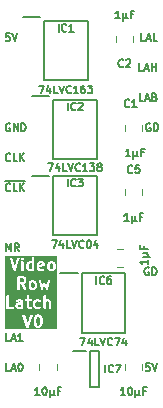
<source format=gto>
%TF.GenerationSoftware,KiCad,Pcbnew,8.0.4*%
%TF.CreationDate,2024-09-02T12:04:29+02:00*%
%TF.ProjectId,Video Row Latch,56696465-6f20-4526-9f77-204c61746368,V0*%
%TF.SameCoordinates,PX54c81a0PY37b6b20*%
%TF.FileFunction,Legend,Top*%
%TF.FilePolarity,Positive*%
%FSLAX46Y46*%
G04 Gerber Fmt 4.6, Leading zero omitted, Abs format (unit mm)*
G04 Created by KiCad (PCBNEW 8.0.4) date 2024-09-02 12:04:29*
%MOMM*%
%LPD*%
G01*
G04 APERTURE LIST*
%ADD10C,0.150000*%
%ADD11C,0.200000*%
%ADD12C,0.120000*%
G04 APERTURE END LIST*
D10*
X13466125Y-7301201D02*
X13405649Y-7270963D01*
X13405649Y-7270963D02*
X13314935Y-7270963D01*
X13314935Y-7270963D02*
X13224220Y-7301201D01*
X13224220Y-7301201D02*
X13163744Y-7361677D01*
X13163744Y-7361677D02*
X13133506Y-7422153D01*
X13133506Y-7422153D02*
X13103268Y-7543105D01*
X13103268Y-7543105D02*
X13103268Y-7633820D01*
X13103268Y-7633820D02*
X13133506Y-7754772D01*
X13133506Y-7754772D02*
X13163744Y-7815248D01*
X13163744Y-7815248D02*
X13224220Y-7875725D01*
X13224220Y-7875725D02*
X13314935Y-7905963D01*
X13314935Y-7905963D02*
X13375411Y-7905963D01*
X13375411Y-7905963D02*
X13466125Y-7875725D01*
X13466125Y-7875725D02*
X13496363Y-7845486D01*
X13496363Y-7845486D02*
X13496363Y-7633820D01*
X13496363Y-7633820D02*
X13375411Y-7633820D01*
X13768506Y-7905963D02*
X13768506Y-7270963D01*
X13768506Y-7270963D02*
X13919696Y-7270963D01*
X13919696Y-7270963D02*
X14010411Y-7301201D01*
X14010411Y-7301201D02*
X14070887Y-7361677D01*
X14070887Y-7361677D02*
X14101125Y-7422153D01*
X14101125Y-7422153D02*
X14131363Y-7543105D01*
X14131363Y-7543105D02*
X14131363Y-7633820D01*
X14131363Y-7633820D02*
X14101125Y-7754772D01*
X14101125Y-7754772D02*
X14070887Y-7815248D01*
X14070887Y-7815248D02*
X14010411Y-7875725D01*
X14010411Y-7875725D02*
X13919696Y-7905963D01*
X13919696Y-7905963D02*
X13768506Y-7905963D01*
X1568255Y349037D02*
X1265874Y349037D01*
X1265874Y349037D02*
X1235636Y46656D01*
X1235636Y46656D02*
X1265874Y76895D01*
X1265874Y76895D02*
X1326350Y107133D01*
X1326350Y107133D02*
X1477541Y107133D01*
X1477541Y107133D02*
X1538017Y76895D01*
X1538017Y76895D02*
X1568255Y46656D01*
X1568255Y46656D02*
X1598493Y-13820D01*
X1598493Y-13820D02*
X1598493Y-165010D01*
X1598493Y-165010D02*
X1568255Y-225486D01*
X1568255Y-225486D02*
X1538017Y-255725D01*
X1538017Y-255725D02*
X1477541Y-285963D01*
X1477541Y-285963D02*
X1326350Y-285963D01*
X1326350Y-285963D02*
X1265874Y-255725D01*
X1265874Y-255725D02*
X1235636Y-225486D01*
X1779922Y349037D02*
X1991588Y-285963D01*
X1991588Y-285963D02*
X2203255Y349037D01*
X1568255Y-28225963D02*
X1265874Y-28225963D01*
X1265874Y-28225963D02*
X1265874Y-27590963D01*
X1749684Y-28044534D02*
X2052065Y-28044534D01*
X1689208Y-28225963D02*
X1900874Y-27590963D01*
X1900874Y-27590963D02*
X2112541Y-28225963D01*
X2445160Y-27590963D02*
X2505637Y-27590963D01*
X2505637Y-27590963D02*
X2566113Y-27621201D01*
X2566113Y-27621201D02*
X2596351Y-27651439D01*
X2596351Y-27651439D02*
X2626589Y-27711915D01*
X2626589Y-27711915D02*
X2656827Y-27832867D01*
X2656827Y-27832867D02*
X2656827Y-27984058D01*
X2656827Y-27984058D02*
X2626589Y-28105010D01*
X2626589Y-28105010D02*
X2596351Y-28165486D01*
X2596351Y-28165486D02*
X2566113Y-28195725D01*
X2566113Y-28195725D02*
X2505637Y-28225963D01*
X2505637Y-28225963D02*
X2445160Y-28225963D01*
X2445160Y-28225963D02*
X2384684Y-28195725D01*
X2384684Y-28195725D02*
X2354446Y-28165486D01*
X2354446Y-28165486D02*
X2324208Y-28105010D01*
X2324208Y-28105010D02*
X2293970Y-27984058D01*
X2293970Y-27984058D02*
X2293970Y-27832867D01*
X2293970Y-27832867D02*
X2324208Y-27711915D01*
X2324208Y-27711915D02*
X2354446Y-27651439D01*
X2354446Y-27651439D02*
X2384684Y-27621201D01*
X2384684Y-27621201D02*
X2445160Y-27590963D01*
X13429839Y-27590963D02*
X13127458Y-27590963D01*
X13127458Y-27590963D02*
X13097220Y-27893344D01*
X13097220Y-27893344D02*
X13127458Y-27863105D01*
X13127458Y-27863105D02*
X13187934Y-27832867D01*
X13187934Y-27832867D02*
X13339125Y-27832867D01*
X13339125Y-27832867D02*
X13399601Y-27863105D01*
X13399601Y-27863105D02*
X13429839Y-27893344D01*
X13429839Y-27893344D02*
X13460077Y-27953820D01*
X13460077Y-27953820D02*
X13460077Y-28105010D01*
X13460077Y-28105010D02*
X13429839Y-28165486D01*
X13429839Y-28165486D02*
X13399601Y-28195725D01*
X13399601Y-28195725D02*
X13339125Y-28225963D01*
X13339125Y-28225963D02*
X13187934Y-28225963D01*
X13187934Y-28225963D02*
X13127458Y-28195725D01*
X13127458Y-28195725D02*
X13097220Y-28165486D01*
X13641506Y-27590963D02*
X13853172Y-28225963D01*
X13853172Y-28225963D02*
X14064839Y-27590963D01*
X1265874Y-18065963D02*
X1265874Y-17430963D01*
X1265874Y-17430963D02*
X1477541Y-17884534D01*
X1477541Y-17884534D02*
X1689207Y-17430963D01*
X1689207Y-17430963D02*
X1689207Y-18065963D01*
X2354445Y-18065963D02*
X2142778Y-17763582D01*
X1991588Y-18065963D02*
X1991588Y-17430963D01*
X1991588Y-17430963D02*
X2233493Y-17430963D01*
X2233493Y-17430963D02*
X2293969Y-17461201D01*
X2293969Y-17461201D02*
X2324207Y-17491439D01*
X2324207Y-17491439D02*
X2354445Y-17551915D01*
X2354445Y-17551915D02*
X2354445Y-17642629D01*
X2354445Y-17642629D02*
X2324207Y-17703105D01*
X2324207Y-17703105D02*
X2293969Y-17733344D01*
X2293969Y-17733344D02*
X2233493Y-17763582D01*
X2233493Y-17763582D02*
X1991588Y-17763582D01*
X12855315Y-2825963D02*
X12552934Y-2825963D01*
X12552934Y-2825963D02*
X12552934Y-2190963D01*
X13036744Y-2644534D02*
X13339125Y-2644534D01*
X12976268Y-2825963D02*
X13187934Y-2190963D01*
X13187934Y-2190963D02*
X13399601Y-2825963D01*
X13611268Y-2825963D02*
X13611268Y-2190963D01*
X13611268Y-2493344D02*
X13974125Y-2493344D01*
X13974125Y-2825963D02*
X13974125Y-2190963D01*
X13339125Y-19493201D02*
X13278649Y-19462963D01*
X13278649Y-19462963D02*
X13187935Y-19462963D01*
X13187935Y-19462963D02*
X13097220Y-19493201D01*
X13097220Y-19493201D02*
X13036744Y-19553677D01*
X13036744Y-19553677D02*
X13006506Y-19614153D01*
X13006506Y-19614153D02*
X12976268Y-19735105D01*
X12976268Y-19735105D02*
X12976268Y-19825820D01*
X12976268Y-19825820D02*
X13006506Y-19946772D01*
X13006506Y-19946772D02*
X13036744Y-20007248D01*
X13036744Y-20007248D02*
X13097220Y-20067725D01*
X13097220Y-20067725D02*
X13187935Y-20097963D01*
X13187935Y-20097963D02*
X13248411Y-20097963D01*
X13248411Y-20097963D02*
X13339125Y-20067725D01*
X13339125Y-20067725D02*
X13369363Y-20037486D01*
X13369363Y-20037486D02*
X13369363Y-19825820D01*
X13369363Y-19825820D02*
X13248411Y-19825820D01*
X13641506Y-20097963D02*
X13641506Y-19462963D01*
X13641506Y-19462963D02*
X13792696Y-19462963D01*
X13792696Y-19462963D02*
X13883411Y-19493201D01*
X13883411Y-19493201D02*
X13943887Y-19553677D01*
X13943887Y-19553677D02*
X13974125Y-19614153D01*
X13974125Y-19614153D02*
X14004363Y-19735105D01*
X14004363Y-19735105D02*
X14004363Y-19825820D01*
X14004363Y-19825820D02*
X13974125Y-19946772D01*
X13974125Y-19946772D02*
X13943887Y-20007248D01*
X13943887Y-20007248D02*
X13883411Y-20067725D01*
X13883411Y-20067725D02*
X13792696Y-20097963D01*
X13792696Y-20097963D02*
X13641506Y-20097963D01*
X1628731Y-12925486D02*
X1598493Y-12955725D01*
X1598493Y-12955725D02*
X1507779Y-12985963D01*
X1507779Y-12985963D02*
X1447303Y-12985963D01*
X1447303Y-12985963D02*
X1356588Y-12955725D01*
X1356588Y-12955725D02*
X1296112Y-12895248D01*
X1296112Y-12895248D02*
X1265874Y-12834772D01*
X1265874Y-12834772D02*
X1235636Y-12713820D01*
X1235636Y-12713820D02*
X1235636Y-12623105D01*
X1235636Y-12623105D02*
X1265874Y-12502153D01*
X1265874Y-12502153D02*
X1296112Y-12441677D01*
X1296112Y-12441677D02*
X1356588Y-12381201D01*
X1356588Y-12381201D02*
X1447303Y-12350963D01*
X1447303Y-12350963D02*
X1507779Y-12350963D01*
X1507779Y-12350963D02*
X1598493Y-12381201D01*
X1598493Y-12381201D02*
X1628731Y-12411439D01*
X2203255Y-12985963D02*
X1900874Y-12985963D01*
X1900874Y-12985963D02*
X1900874Y-12350963D01*
X2414922Y-12985963D02*
X2414922Y-12350963D01*
X2777779Y-12985963D02*
X2505636Y-12623105D01*
X2777779Y-12350963D02*
X2414922Y-12713820D01*
X1178184Y-12174675D02*
X2835232Y-12174675D01*
X13006505Y-285963D02*
X12704124Y-285963D01*
X12704124Y-285963D02*
X12704124Y349037D01*
X13187934Y-104534D02*
X13490315Y-104534D01*
X13127458Y-285963D02*
X13339124Y349037D01*
X13339124Y349037D02*
X13550791Y-285963D01*
X14064839Y-285963D02*
X13762458Y-285963D01*
X13762458Y-285963D02*
X13762458Y349037D01*
X12885553Y-5365963D02*
X12583172Y-5365963D01*
X12583172Y-5365963D02*
X12583172Y-4730963D01*
X13066982Y-5184534D02*
X13369363Y-5184534D01*
X13006506Y-5365963D02*
X13218172Y-4730963D01*
X13218172Y-4730963D02*
X13429839Y-5365963D01*
X13853173Y-5033344D02*
X13943887Y-5063582D01*
X13943887Y-5063582D02*
X13974125Y-5093820D01*
X13974125Y-5093820D02*
X14004363Y-5154296D01*
X14004363Y-5154296D02*
X14004363Y-5245010D01*
X14004363Y-5245010D02*
X13974125Y-5305486D01*
X13974125Y-5305486D02*
X13943887Y-5335725D01*
X13943887Y-5335725D02*
X13883411Y-5365963D01*
X13883411Y-5365963D02*
X13641506Y-5365963D01*
X13641506Y-5365963D02*
X13641506Y-4730963D01*
X13641506Y-4730963D02*
X13853173Y-4730963D01*
X13853173Y-4730963D02*
X13913649Y-4761201D01*
X13913649Y-4761201D02*
X13943887Y-4791439D01*
X13943887Y-4791439D02*
X13974125Y-4851915D01*
X13974125Y-4851915D02*
X13974125Y-4912391D01*
X13974125Y-4912391D02*
X13943887Y-4972867D01*
X13943887Y-4972867D02*
X13913649Y-5003105D01*
X13913649Y-5003105D02*
X13853173Y-5033344D01*
X13853173Y-5033344D02*
X13641506Y-5033344D01*
X1598493Y-7301201D02*
X1538017Y-7270963D01*
X1538017Y-7270963D02*
X1447303Y-7270963D01*
X1447303Y-7270963D02*
X1356588Y-7301201D01*
X1356588Y-7301201D02*
X1296112Y-7361677D01*
X1296112Y-7361677D02*
X1265874Y-7422153D01*
X1265874Y-7422153D02*
X1235636Y-7543105D01*
X1235636Y-7543105D02*
X1235636Y-7633820D01*
X1235636Y-7633820D02*
X1265874Y-7754772D01*
X1265874Y-7754772D02*
X1296112Y-7815248D01*
X1296112Y-7815248D02*
X1356588Y-7875725D01*
X1356588Y-7875725D02*
X1447303Y-7905963D01*
X1447303Y-7905963D02*
X1507779Y-7905963D01*
X1507779Y-7905963D02*
X1598493Y-7875725D01*
X1598493Y-7875725D02*
X1628731Y-7845486D01*
X1628731Y-7845486D02*
X1628731Y-7633820D01*
X1628731Y-7633820D02*
X1507779Y-7633820D01*
X1900874Y-7905963D02*
X1900874Y-7270963D01*
X1900874Y-7270963D02*
X2263731Y-7905963D01*
X2263731Y-7905963D02*
X2263731Y-7270963D01*
X2566112Y-7905963D02*
X2566112Y-7270963D01*
X2566112Y-7270963D02*
X2717302Y-7270963D01*
X2717302Y-7270963D02*
X2808017Y-7301201D01*
X2808017Y-7301201D02*
X2868493Y-7361677D01*
X2868493Y-7361677D02*
X2898731Y-7422153D01*
X2898731Y-7422153D02*
X2928969Y-7543105D01*
X2928969Y-7543105D02*
X2928969Y-7633820D01*
X2928969Y-7633820D02*
X2898731Y-7754772D01*
X2898731Y-7754772D02*
X2868493Y-7815248D01*
X2868493Y-7815248D02*
X2808017Y-7875725D01*
X2808017Y-7875725D02*
X2717302Y-7905963D01*
X2717302Y-7905963D02*
X2566112Y-7905963D01*
X1568255Y-25685963D02*
X1265874Y-25685963D01*
X1265874Y-25685963D02*
X1265874Y-25050963D01*
X1749684Y-25504534D02*
X2052065Y-25504534D01*
X1689208Y-25685963D02*
X1900874Y-25050963D01*
X1900874Y-25050963D02*
X2112541Y-25685963D01*
X2656827Y-25685963D02*
X2293970Y-25685963D01*
X2475398Y-25685963D02*
X2475398Y-25050963D01*
X2475398Y-25050963D02*
X2414922Y-25141677D01*
X2414922Y-25141677D02*
X2354446Y-25202153D01*
X2354446Y-25202153D02*
X2293970Y-25232391D01*
D11*
G36*
X4068192Y-23635024D02*
G01*
X4092861Y-23659692D01*
X4128314Y-23730599D01*
X4170285Y-23898480D01*
X4170285Y-24111956D01*
X4128314Y-24279837D01*
X4092861Y-24350743D01*
X4068192Y-24375413D01*
X4008583Y-24405219D01*
X3960559Y-24405219D01*
X3900949Y-24375414D01*
X3876282Y-24350746D01*
X3840827Y-24279837D01*
X3798857Y-24111956D01*
X3798857Y-23898481D01*
X3840827Y-23730599D01*
X3876281Y-23659692D01*
X3900949Y-23635023D01*
X3960559Y-23605219D01*
X4008583Y-23605219D01*
X4068192Y-23635024D01*
G37*
G36*
X2527428Y-22785852D02*
G01*
X2508583Y-22795275D01*
X2317702Y-22795275D01*
X2273392Y-22773120D01*
X2251238Y-22728810D01*
X2251238Y-22680786D01*
X2273393Y-22636476D01*
X2317702Y-22614322D01*
X2527428Y-22614322D01*
X2527428Y-22785852D01*
G37*
G36*
X3639621Y-20748469D02*
G01*
X3664290Y-20773137D01*
X3694095Y-20832747D01*
X3694095Y-21071247D01*
X3664290Y-21130855D01*
X3639621Y-21155525D01*
X3580012Y-21185331D01*
X3484369Y-21185331D01*
X3424759Y-21155526D01*
X3400092Y-21130858D01*
X3370286Y-21071246D01*
X3370286Y-20832747D01*
X3400091Y-20773137D01*
X3424759Y-20748468D01*
X3484369Y-20718664D01*
X3580012Y-20718664D01*
X3639621Y-20748469D01*
G37*
G36*
X2734859Y-20415136D02*
G01*
X2759528Y-20439804D01*
X2789333Y-20499414D01*
X2789333Y-20595057D01*
X2759528Y-20654666D01*
X2734859Y-20679334D01*
X2675250Y-20709140D01*
X2417905Y-20709140D01*
X2417905Y-20385331D01*
X2675250Y-20385331D01*
X2734859Y-20415136D01*
G37*
G36*
X3455999Y-19118142D02*
G01*
X3455999Y-19565964D01*
X3437154Y-19575387D01*
X3293892Y-19575387D01*
X3234282Y-19545582D01*
X3209615Y-19520914D01*
X3179809Y-19461302D01*
X3179809Y-19222803D01*
X3209614Y-19163193D01*
X3234282Y-19138524D01*
X3293892Y-19108720D01*
X3437154Y-19108720D01*
X3455999Y-19118142D01*
G37*
G36*
X4338606Y-19130875D02*
G01*
X4356056Y-19165775D01*
X4084571Y-19220072D01*
X4084571Y-19175184D01*
X4106726Y-19130874D01*
X4151035Y-19108720D01*
X4294297Y-19108720D01*
X4338606Y-19130875D01*
G37*
G36*
X5211049Y-19138525D02*
G01*
X5235718Y-19163193D01*
X5265523Y-19222803D01*
X5265523Y-19461303D01*
X5235718Y-19520911D01*
X5211049Y-19545581D01*
X5151440Y-19575387D01*
X5055797Y-19575387D01*
X4996187Y-19545582D01*
X4971520Y-19520914D01*
X4941714Y-19461302D01*
X4941714Y-19222803D01*
X4971519Y-19163193D01*
X4996187Y-19138524D01*
X5055797Y-19108720D01*
X5151440Y-19108720D01*
X5211049Y-19138525D01*
G37*
G36*
X5576634Y-24716330D02*
G01*
X1178222Y-24716330D01*
X1178222Y-23517726D01*
X2647261Y-23517726D01*
X2651608Y-23536842D01*
X2984941Y-24536841D01*
X2992932Y-24554742D01*
X2997615Y-24560141D01*
X3000810Y-24566531D01*
X3010281Y-24574746D01*
X3018497Y-24584218D01*
X3024885Y-24587412D01*
X3030286Y-24592096D01*
X3042187Y-24596063D01*
X3053396Y-24601667D01*
X3060520Y-24602173D01*
X3067302Y-24604434D01*
X3079811Y-24603544D01*
X3092316Y-24604434D01*
X3099094Y-24602174D01*
X3106222Y-24601668D01*
X3117438Y-24596059D01*
X3129332Y-24592095D01*
X3134729Y-24587414D01*
X3141121Y-24584218D01*
X3149339Y-24574742D01*
X3158808Y-24566530D01*
X3162001Y-24560143D01*
X3166686Y-24554742D01*
X3174677Y-24536842D01*
X3391567Y-23886171D01*
X3598857Y-23886171D01*
X3598857Y-24124266D01*
X3599192Y-24127668D01*
X3598975Y-24129127D01*
X3600054Y-24136424D01*
X3600778Y-24143775D01*
X3601342Y-24145138D01*
X3601843Y-24148520D01*
X3649462Y-24338995D01*
X3649975Y-24340432D01*
X3650027Y-24341155D01*
X3653135Y-24349279D01*
X3656057Y-24357456D01*
X3656487Y-24358036D01*
X3657033Y-24359463D01*
X3704652Y-24454701D01*
X3709935Y-24463093D01*
X3710947Y-24465537D01*
X3713203Y-24468286D01*
X3715095Y-24471291D01*
X3717089Y-24473020D01*
X3723384Y-24480690D01*
X3771002Y-24528310D01*
X3778670Y-24534603D01*
X3780402Y-24536600D01*
X3783410Y-24538493D01*
X3786156Y-24540747D01*
X3788596Y-24541757D01*
X3796993Y-24547043D01*
X3892230Y-24594662D01*
X3910539Y-24601668D01*
X3914122Y-24601922D01*
X3917443Y-24603298D01*
X3936952Y-24605219D01*
X4032190Y-24605219D01*
X4051699Y-24603298D01*
X4055019Y-24601922D01*
X4058603Y-24601668D01*
X4076911Y-24594662D01*
X4172149Y-24547043D01*
X4180544Y-24541758D01*
X4182986Y-24540747D01*
X4185733Y-24538491D01*
X4188739Y-24536600D01*
X4190469Y-24534605D01*
X4198139Y-24528310D01*
X4245758Y-24480690D01*
X4252050Y-24473023D01*
X4254047Y-24471292D01*
X4255940Y-24468284D01*
X4258195Y-24465537D01*
X4259206Y-24463095D01*
X4264490Y-24454701D01*
X4312109Y-24359464D01*
X4312655Y-24358035D01*
X4313085Y-24357456D01*
X4316006Y-24349279D01*
X4319115Y-24341155D01*
X4319166Y-24340434D01*
X4319680Y-24338996D01*
X4367299Y-24148520D01*
X4367799Y-24145138D01*
X4368364Y-24143775D01*
X4369087Y-24136424D01*
X4370167Y-24129127D01*
X4369949Y-24127668D01*
X4370285Y-24124266D01*
X4370285Y-23886171D01*
X4369949Y-23882768D01*
X4370167Y-23881310D01*
X4369087Y-23874012D01*
X4368364Y-23866662D01*
X4367799Y-23865298D01*
X4367299Y-23861917D01*
X4319680Y-23671441D01*
X4319166Y-23670002D01*
X4319115Y-23669282D01*
X4316006Y-23661157D01*
X4313085Y-23652981D01*
X4312655Y-23652401D01*
X4312109Y-23650973D01*
X4264490Y-23555736D01*
X4259204Y-23547339D01*
X4258194Y-23544899D01*
X4255940Y-23542153D01*
X4254047Y-23539145D01*
X4252049Y-23537412D01*
X4245757Y-23529746D01*
X4198139Y-23482127D01*
X4190468Y-23475832D01*
X4188739Y-23473838D01*
X4185731Y-23471944D01*
X4182985Y-23469691D01*
X4180545Y-23468680D01*
X4172149Y-23463395D01*
X4076911Y-23415776D01*
X4058603Y-23408770D01*
X4055019Y-23408515D01*
X4051699Y-23407140D01*
X4032190Y-23405219D01*
X3936952Y-23405219D01*
X3917443Y-23407140D01*
X3914122Y-23408515D01*
X3910539Y-23408770D01*
X3892230Y-23415776D01*
X3796993Y-23463395D01*
X3788596Y-23468680D01*
X3786156Y-23469691D01*
X3783410Y-23471944D01*
X3780402Y-23473838D01*
X3778669Y-23475835D01*
X3771003Y-23482128D01*
X3723384Y-23529746D01*
X3717089Y-23537416D01*
X3715095Y-23539146D01*
X3713201Y-23542153D01*
X3710948Y-23544900D01*
X3709937Y-23547339D01*
X3704652Y-23555736D01*
X3657033Y-23650974D01*
X3656487Y-23652400D01*
X3656057Y-23652981D01*
X3653135Y-23661157D01*
X3650027Y-23669282D01*
X3649975Y-23670004D01*
X3649462Y-23671442D01*
X3601843Y-23861917D01*
X3601342Y-23865298D01*
X3600778Y-23866662D01*
X3600054Y-23874012D01*
X3598975Y-23881310D01*
X3599192Y-23882768D01*
X3598857Y-23886171D01*
X3391567Y-23886171D01*
X3508010Y-23536842D01*
X3512357Y-23517727D01*
X3509591Y-23478807D01*
X3492141Y-23443908D01*
X3462665Y-23418343D01*
X3425649Y-23406004D01*
X3386729Y-23408771D01*
X3351830Y-23426220D01*
X3326265Y-23455696D01*
X3318274Y-23473597D01*
X3079809Y-24188991D01*
X2841344Y-23473596D01*
X2833353Y-23455696D01*
X2807788Y-23426220D01*
X2772889Y-23408770D01*
X2733969Y-23406004D01*
X2696953Y-23418342D01*
X2667477Y-23443907D01*
X2650027Y-23478806D01*
X2647261Y-23517726D01*
X1178222Y-23517726D01*
X1178222Y-21895275D01*
X1289333Y-21895275D01*
X1289333Y-22895275D01*
X1291254Y-22914784D01*
X1306186Y-22950832D01*
X1333776Y-22978422D01*
X1369824Y-22993354D01*
X1389333Y-22995275D01*
X1865523Y-22995275D01*
X1885032Y-22993354D01*
X1921080Y-22978422D01*
X1948670Y-22950832D01*
X1963602Y-22914784D01*
X1963602Y-22875766D01*
X1948670Y-22839718D01*
X1921080Y-22812128D01*
X1885032Y-22797196D01*
X1865523Y-22795275D01*
X1489333Y-22795275D01*
X1489333Y-22657179D01*
X2051238Y-22657179D01*
X2051238Y-22752417D01*
X2053159Y-22771926D01*
X2054534Y-22775246D01*
X2054789Y-22778829D01*
X2061795Y-22797138D01*
X2109414Y-22892377D01*
X2111467Y-22895640D01*
X2111981Y-22897179D01*
X2113643Y-22899095D01*
X2119857Y-22908967D01*
X2129328Y-22917181D01*
X2137545Y-22926656D01*
X2147415Y-22932868D01*
X2149333Y-22934532D01*
X2150873Y-22935045D01*
X2154136Y-22937099D01*
X2249373Y-22984718D01*
X2267682Y-22991724D01*
X2271265Y-22991978D01*
X2274586Y-22993354D01*
X2294095Y-22995275D01*
X2532190Y-22995275D01*
X2551699Y-22993354D01*
X2555019Y-22991978D01*
X2558603Y-22991724D01*
X2576911Y-22984718D01*
X2581514Y-22982416D01*
X2607919Y-22993354D01*
X2646937Y-22993354D01*
X2682985Y-22978422D01*
X2710575Y-22950832D01*
X2725507Y-22914784D01*
X2727428Y-22895275D01*
X2727428Y-22371465D01*
X2725507Y-22351956D01*
X2724131Y-22348635D01*
X2723877Y-22345052D01*
X2716871Y-22326743D01*
X2669252Y-22231506D01*
X2667197Y-22228242D01*
X2666685Y-22226704D01*
X2665023Y-22224788D01*
X2658809Y-22214915D01*
X2652103Y-22209099D01*
X2862683Y-22209099D01*
X2862683Y-22248117D01*
X2877615Y-22284165D01*
X2905205Y-22311755D01*
X2941253Y-22326687D01*
X2960762Y-22328608D01*
X3003619Y-22328608D01*
X3003619Y-22752417D01*
X3005540Y-22771926D01*
X3006915Y-22775246D01*
X3007170Y-22778829D01*
X3014176Y-22797138D01*
X3061795Y-22892377D01*
X3063848Y-22895640D01*
X3064362Y-22897179D01*
X3066024Y-22899095D01*
X3072238Y-22908967D01*
X3081709Y-22917181D01*
X3089926Y-22926656D01*
X3099796Y-22932868D01*
X3101714Y-22934532D01*
X3103254Y-22935045D01*
X3106517Y-22937099D01*
X3201754Y-22984718D01*
X3220063Y-22991724D01*
X3223646Y-22991978D01*
X3226967Y-22993354D01*
X3246476Y-22995275D01*
X3341714Y-22995275D01*
X3361223Y-22993354D01*
X3397271Y-22978422D01*
X3424861Y-22950832D01*
X3439793Y-22914784D01*
X3439793Y-22875766D01*
X3424861Y-22839718D01*
X3397271Y-22812128D01*
X3361223Y-22797196D01*
X3341714Y-22795275D01*
X3270083Y-22795275D01*
X3225773Y-22773120D01*
X3203619Y-22728810D01*
X3203619Y-22419084D01*
X3527429Y-22419084D01*
X3527429Y-22704798D01*
X3529350Y-22724307D01*
X3530725Y-22727627D01*
X3530980Y-22731211D01*
X3537986Y-22749519D01*
X3585605Y-22844757D01*
X3590888Y-22853149D01*
X3591900Y-22855593D01*
X3594156Y-22858342D01*
X3596048Y-22861347D01*
X3598042Y-22863076D01*
X3604337Y-22870746D01*
X3651955Y-22918366D01*
X3659623Y-22924659D01*
X3661355Y-22926656D01*
X3664363Y-22928549D01*
X3667109Y-22930803D01*
X3669549Y-22931813D01*
X3677946Y-22937099D01*
X3773183Y-22984718D01*
X3791492Y-22991724D01*
X3795075Y-22991978D01*
X3798396Y-22993354D01*
X3817905Y-22995275D01*
X4008381Y-22995275D01*
X4027890Y-22993354D01*
X4031210Y-22991978D01*
X4034794Y-22991724D01*
X4053102Y-22984718D01*
X4148340Y-22937099D01*
X4164930Y-22926656D01*
X4190495Y-22897179D01*
X4202833Y-22860163D01*
X4200068Y-22821243D01*
X4182619Y-22786345D01*
X4153142Y-22760780D01*
X4116126Y-22748441D01*
X4077206Y-22751207D01*
X4058897Y-22758213D01*
X3984774Y-22795275D01*
X3841512Y-22795275D01*
X3781902Y-22765470D01*
X3757235Y-22740802D01*
X3727429Y-22681190D01*
X3727429Y-22442691D01*
X3757234Y-22383081D01*
X3781902Y-22358412D01*
X3841512Y-22328608D01*
X3984774Y-22328608D01*
X4058897Y-22365670D01*
X4077206Y-22372676D01*
X4116126Y-22375442D01*
X4153142Y-22363103D01*
X4182619Y-22337538D01*
X4200068Y-22302640D01*
X4202833Y-22263720D01*
X4190495Y-22226704D01*
X4164930Y-22197227D01*
X4148340Y-22186784D01*
X4053102Y-22139165D01*
X4034794Y-22132159D01*
X4031210Y-22131904D01*
X4027890Y-22130529D01*
X4008381Y-22128608D01*
X3817905Y-22128608D01*
X3798396Y-22130529D01*
X3795075Y-22131904D01*
X3791492Y-22132159D01*
X3773183Y-22139165D01*
X3677946Y-22186784D01*
X3669549Y-22192069D01*
X3667109Y-22193080D01*
X3664363Y-22195333D01*
X3661355Y-22197227D01*
X3659622Y-22199224D01*
X3651956Y-22205517D01*
X3604337Y-22253135D01*
X3598042Y-22260805D01*
X3596048Y-22262535D01*
X3594154Y-22265542D01*
X3591901Y-22268289D01*
X3590890Y-22270728D01*
X3585605Y-22279125D01*
X3537986Y-22374363D01*
X3530980Y-22392671D01*
X3530725Y-22396254D01*
X3529350Y-22399575D01*
X3527429Y-22419084D01*
X3203619Y-22419084D01*
X3203619Y-22328608D01*
X3341714Y-22328608D01*
X3361223Y-22326687D01*
X3397271Y-22311755D01*
X3424861Y-22284165D01*
X3439793Y-22248117D01*
X3439793Y-22209099D01*
X3424861Y-22173051D01*
X3397271Y-22145461D01*
X3361223Y-22130529D01*
X3341714Y-22128608D01*
X3203619Y-22128608D01*
X3203619Y-21895275D01*
X4432191Y-21895275D01*
X4432191Y-22895275D01*
X4434112Y-22914784D01*
X4449044Y-22950832D01*
X4476634Y-22978422D01*
X4512682Y-22993354D01*
X4551700Y-22993354D01*
X4587748Y-22978422D01*
X4615338Y-22950832D01*
X4630270Y-22914784D01*
X4632191Y-22895275D01*
X4632191Y-22365267D01*
X4639045Y-22358412D01*
X4698655Y-22328608D01*
X4794298Y-22328608D01*
X4838607Y-22350763D01*
X4860762Y-22395072D01*
X4860762Y-22895275D01*
X4862683Y-22914784D01*
X4877615Y-22950832D01*
X4905205Y-22978422D01*
X4941253Y-22993354D01*
X4980271Y-22993354D01*
X5016319Y-22978422D01*
X5043909Y-22950832D01*
X5058841Y-22914784D01*
X5060762Y-22895275D01*
X5060762Y-22371465D01*
X5058841Y-22351956D01*
X5057465Y-22348635D01*
X5057211Y-22345052D01*
X5050205Y-22326743D01*
X5002586Y-22231506D01*
X5000531Y-22228242D01*
X5000019Y-22226704D01*
X4998357Y-22224788D01*
X4992143Y-22214915D01*
X4982667Y-22206697D01*
X4974454Y-22197227D01*
X4964582Y-22191013D01*
X4962666Y-22189351D01*
X4961127Y-22188837D01*
X4957864Y-22186784D01*
X4862626Y-22139165D01*
X4844318Y-22132159D01*
X4840734Y-22131904D01*
X4837414Y-22130529D01*
X4817905Y-22128608D01*
X4675048Y-22128608D01*
X4655539Y-22130529D01*
X4652218Y-22131904D01*
X4648635Y-22132159D01*
X4632191Y-22138451D01*
X4632191Y-21895275D01*
X4630270Y-21875766D01*
X4615338Y-21839718D01*
X4587748Y-21812128D01*
X4551700Y-21797196D01*
X4512682Y-21797196D01*
X4476634Y-21812128D01*
X4449044Y-21839718D01*
X4434112Y-21875766D01*
X4432191Y-21895275D01*
X3203619Y-21895275D01*
X3201698Y-21875766D01*
X3186766Y-21839718D01*
X3159176Y-21812128D01*
X3123128Y-21797196D01*
X3084110Y-21797196D01*
X3048062Y-21812128D01*
X3020472Y-21839718D01*
X3005540Y-21875766D01*
X3003619Y-21895275D01*
X3003619Y-22128608D01*
X2960762Y-22128608D01*
X2941253Y-22130529D01*
X2905205Y-22145461D01*
X2877615Y-22173051D01*
X2862683Y-22209099D01*
X2652103Y-22209099D01*
X2649333Y-22206697D01*
X2641120Y-22197227D01*
X2631248Y-22191013D01*
X2629332Y-22189351D01*
X2627793Y-22188837D01*
X2624530Y-22186784D01*
X2529292Y-22139165D01*
X2510984Y-22132159D01*
X2507400Y-22131904D01*
X2504080Y-22130529D01*
X2484571Y-22128608D01*
X2294095Y-22128608D01*
X2274586Y-22130529D01*
X2271265Y-22131904D01*
X2267682Y-22132159D01*
X2249373Y-22139165D01*
X2154136Y-22186784D01*
X2137545Y-22197227D01*
X2111981Y-22226704D01*
X2099642Y-22263720D01*
X2102408Y-22302640D01*
X2119857Y-22337539D01*
X2149334Y-22363103D01*
X2186350Y-22375442D01*
X2225270Y-22372676D01*
X2243578Y-22365670D01*
X2317702Y-22328608D01*
X2460964Y-22328608D01*
X2505273Y-22350763D01*
X2527428Y-22395072D01*
X2527428Y-22404899D01*
X2508583Y-22414322D01*
X2294095Y-22414322D01*
X2274586Y-22416243D01*
X2271265Y-22417618D01*
X2267682Y-22417873D01*
X2249373Y-22424879D01*
X2154136Y-22472498D01*
X2150872Y-22474552D01*
X2149334Y-22475065D01*
X2147418Y-22476726D01*
X2137545Y-22482941D01*
X2129327Y-22492416D01*
X2119857Y-22500630D01*
X2113643Y-22510501D01*
X2111981Y-22512418D01*
X2111467Y-22513956D01*
X2109414Y-22517220D01*
X2061795Y-22612458D01*
X2054789Y-22630766D01*
X2054534Y-22634349D01*
X2053159Y-22637670D01*
X2051238Y-22657179D01*
X1489333Y-22657179D01*
X1489333Y-21895275D01*
X1487412Y-21875766D01*
X1472480Y-21839718D01*
X1444890Y-21812128D01*
X1408842Y-21797196D01*
X1369824Y-21797196D01*
X1333776Y-21812128D01*
X1306186Y-21839718D01*
X1291254Y-21875766D01*
X1289333Y-21895275D01*
X1178222Y-21895275D01*
X1178222Y-20285331D01*
X2217905Y-20285331D01*
X2217905Y-21285331D01*
X2219826Y-21304840D01*
X2234758Y-21340888D01*
X2262348Y-21368478D01*
X2298396Y-21383410D01*
X2337414Y-21383410D01*
X2373462Y-21368478D01*
X2401052Y-21340888D01*
X2415984Y-21304840D01*
X2417905Y-21285331D01*
X2417905Y-20909140D01*
X2503935Y-20909140D01*
X2807410Y-21342677D01*
X2820171Y-21357558D01*
X2853076Y-21378527D01*
X2891501Y-21385308D01*
X2929595Y-21376868D01*
X2961560Y-21354493D01*
X2982529Y-21321588D01*
X2989310Y-21283164D01*
X2980870Y-21245069D01*
X2971256Y-21227985D01*
X2741288Y-20899459D01*
X2743578Y-20898583D01*
X2838816Y-20850964D01*
X2847212Y-20845678D01*
X2849652Y-20844668D01*
X2852398Y-20842414D01*
X2855406Y-20840521D01*
X2857135Y-20838526D01*
X2864806Y-20832232D01*
X2887898Y-20809140D01*
X3170286Y-20809140D01*
X3170286Y-21094854D01*
X3172207Y-21114363D01*
X3173582Y-21117683D01*
X3173837Y-21121267D01*
X3180843Y-21139575D01*
X3228462Y-21234813D01*
X3233745Y-21243205D01*
X3234757Y-21245649D01*
X3237013Y-21248398D01*
X3238905Y-21251403D01*
X3240899Y-21253132D01*
X3247194Y-21260802D01*
X3294812Y-21308422D01*
X3302480Y-21314715D01*
X3304212Y-21316712D01*
X3307220Y-21318605D01*
X3309966Y-21320859D01*
X3312406Y-21321869D01*
X3320803Y-21327155D01*
X3416040Y-21374774D01*
X3434349Y-21381780D01*
X3437932Y-21382034D01*
X3441253Y-21383410D01*
X3460762Y-21385331D01*
X3603619Y-21385331D01*
X3623128Y-21383410D01*
X3626448Y-21382034D01*
X3630032Y-21381780D01*
X3648340Y-21374774D01*
X3743578Y-21327155D01*
X3751973Y-21321870D01*
X3754415Y-21320859D01*
X3757162Y-21318603D01*
X3760168Y-21316712D01*
X3761898Y-21314717D01*
X3769568Y-21308422D01*
X3817187Y-21260802D01*
X3823479Y-21253135D01*
X3825476Y-21251404D01*
X3827369Y-21248396D01*
X3829624Y-21245649D01*
X3830635Y-21243207D01*
X3835919Y-21234813D01*
X3883538Y-21139576D01*
X3890544Y-21121267D01*
X3890798Y-21117683D01*
X3892174Y-21114363D01*
X3894095Y-21094854D01*
X3894095Y-20809140D01*
X3892174Y-20789631D01*
X3890798Y-20786310D01*
X3890544Y-20782727D01*
X3883538Y-20764418D01*
X3835919Y-20669181D01*
X3830633Y-20660784D01*
X3829623Y-20658344D01*
X3827369Y-20655598D01*
X3825476Y-20652590D01*
X3823478Y-20650857D01*
X3817186Y-20643191D01*
X3800845Y-20626850D01*
X4027764Y-20626850D01*
X4031277Y-20646136D01*
X4221753Y-21312803D01*
X4228959Y-21331034D01*
X4232929Y-21336035D01*
X4235442Y-21341898D01*
X4244953Y-21351180D01*
X4253220Y-21361593D01*
X4258797Y-21364691D01*
X4263366Y-21369150D01*
X4275715Y-21374089D01*
X4287328Y-21380541D01*
X4293663Y-21381269D01*
X4299593Y-21383641D01*
X4312886Y-21383478D01*
X4326091Y-21384996D01*
X4332230Y-21383241D01*
X4338608Y-21383164D01*
X4350818Y-21377931D01*
X4363608Y-21374277D01*
X4368609Y-21370306D01*
X4374472Y-21367794D01*
X4383754Y-21358282D01*
X4394167Y-21350016D01*
X4397265Y-21344438D01*
X4401724Y-21339870D01*
X4410753Y-21322470D01*
X4508381Y-21078399D01*
X4606009Y-21322470D01*
X4615038Y-21339870D01*
X4619496Y-21344438D01*
X4622595Y-21350016D01*
X4633007Y-21358282D01*
X4642290Y-21367794D01*
X4648153Y-21370306D01*
X4653154Y-21374277D01*
X4665941Y-21377930D01*
X4678153Y-21383164D01*
X4684531Y-21383241D01*
X4690671Y-21384996D01*
X4703882Y-21383477D01*
X4717169Y-21383640D01*
X4723092Y-21381270D01*
X4729434Y-21380542D01*
X4741057Y-21374084D01*
X4753396Y-21369149D01*
X4757962Y-21364692D01*
X4763542Y-21361593D01*
X4771809Y-21351179D01*
X4781320Y-21341898D01*
X4783832Y-21336035D01*
X4787803Y-21331034D01*
X4795009Y-21312803D01*
X4985485Y-20646136D01*
X4988998Y-20626850D01*
X4984543Y-20588087D01*
X4965595Y-20553979D01*
X4935036Y-20529718D01*
X4897519Y-20518999D01*
X4858756Y-20523454D01*
X4824648Y-20542402D01*
X4800387Y-20572961D01*
X4793181Y-20591192D01*
X4683066Y-20976594D01*
X4601229Y-20772001D01*
X4592200Y-20754601D01*
X4591331Y-20753711D01*
X4590844Y-20752573D01*
X4577747Y-20739792D01*
X4564948Y-20726677D01*
X4563807Y-20726188D01*
X4562920Y-20725322D01*
X4545906Y-20718516D01*
X4529084Y-20711307D01*
X4527845Y-20711291D01*
X4526693Y-20710831D01*
X4508402Y-20711054D01*
X4490069Y-20710830D01*
X4488914Y-20711291D01*
X4487677Y-20711307D01*
X4470882Y-20718504D01*
X4453842Y-20725321D01*
X4452952Y-20726189D01*
X4451814Y-20726677D01*
X4439023Y-20739782D01*
X4425918Y-20752573D01*
X4425430Y-20753711D01*
X4424562Y-20754601D01*
X4415533Y-20772001D01*
X4333695Y-20976594D01*
X4223581Y-20591192D01*
X4216375Y-20572961D01*
X4192114Y-20542402D01*
X4158006Y-20523453D01*
X4119243Y-20518999D01*
X4081726Y-20529718D01*
X4051167Y-20553979D01*
X4032218Y-20588087D01*
X4027764Y-20626850D01*
X3800845Y-20626850D01*
X3769568Y-20595572D01*
X3761897Y-20589277D01*
X3760168Y-20587283D01*
X3757160Y-20585389D01*
X3754414Y-20583136D01*
X3751974Y-20582125D01*
X3743578Y-20576840D01*
X3648340Y-20529221D01*
X3630032Y-20522215D01*
X3626448Y-20521960D01*
X3623128Y-20520585D01*
X3603619Y-20518664D01*
X3460762Y-20518664D01*
X3441253Y-20520585D01*
X3437932Y-20521960D01*
X3434349Y-20522215D01*
X3416040Y-20529221D01*
X3320803Y-20576840D01*
X3312406Y-20582125D01*
X3309966Y-20583136D01*
X3307220Y-20585389D01*
X3304212Y-20587283D01*
X3302479Y-20589280D01*
X3294813Y-20595573D01*
X3247194Y-20643191D01*
X3240899Y-20650861D01*
X3238905Y-20652591D01*
X3237011Y-20655598D01*
X3234758Y-20658345D01*
X3233747Y-20660784D01*
X3228462Y-20669181D01*
X3180843Y-20764419D01*
X3173837Y-20782727D01*
X3173582Y-20786310D01*
X3172207Y-20789631D01*
X3170286Y-20809140D01*
X2887898Y-20809140D01*
X2912424Y-20784613D01*
X2918716Y-20776946D01*
X2920714Y-20775214D01*
X2922607Y-20772205D01*
X2924861Y-20769460D01*
X2925871Y-20767019D01*
X2931157Y-20758623D01*
X2978776Y-20663386D01*
X2985782Y-20645077D01*
X2986036Y-20641493D01*
X2987412Y-20638173D01*
X2989333Y-20618664D01*
X2989333Y-20475807D01*
X2987412Y-20456298D01*
X2986036Y-20452977D01*
X2985782Y-20449394D01*
X2978776Y-20431085D01*
X2931157Y-20335848D01*
X2925871Y-20327451D01*
X2924861Y-20325011D01*
X2922607Y-20322265D01*
X2920714Y-20319257D01*
X2918716Y-20317524D01*
X2912424Y-20309858D01*
X2864806Y-20262239D01*
X2857135Y-20255944D01*
X2855406Y-20253950D01*
X2852398Y-20252056D01*
X2849652Y-20249803D01*
X2847212Y-20248792D01*
X2838816Y-20243507D01*
X2743578Y-20195888D01*
X2725270Y-20188882D01*
X2721686Y-20188627D01*
X2718366Y-20187252D01*
X2698857Y-20185331D01*
X2317905Y-20185331D01*
X2298396Y-20187252D01*
X2262348Y-20202184D01*
X2234758Y-20229774D01*
X2219826Y-20265822D01*
X2217905Y-20285331D01*
X1178222Y-20285331D01*
X1178222Y-18687894D01*
X1552023Y-18687894D01*
X1556370Y-18707010D01*
X1889703Y-19707009D01*
X1897694Y-19724910D01*
X1902377Y-19730309D01*
X1905572Y-19736699D01*
X1915043Y-19744914D01*
X1923259Y-19754386D01*
X1929647Y-19757580D01*
X1935048Y-19762264D01*
X1946949Y-19766231D01*
X1958158Y-19771835D01*
X1965282Y-19772341D01*
X1972064Y-19774602D01*
X1984573Y-19773712D01*
X1997078Y-19774602D01*
X2003856Y-19772342D01*
X2010984Y-19771836D01*
X2022200Y-19766227D01*
X2034094Y-19762263D01*
X2039491Y-19757582D01*
X2045883Y-19754386D01*
X2054101Y-19744910D01*
X2063570Y-19736698D01*
X2066763Y-19730311D01*
X2071448Y-19724910D01*
X2079439Y-19707010D01*
X2312202Y-19008720D01*
X2551238Y-19008720D01*
X2551238Y-19675387D01*
X2553159Y-19694896D01*
X2568091Y-19730944D01*
X2595681Y-19758534D01*
X2631729Y-19773466D01*
X2670747Y-19773466D01*
X2706795Y-19758534D01*
X2734385Y-19730944D01*
X2749317Y-19694896D01*
X2751238Y-19675387D01*
X2751238Y-19199196D01*
X2979809Y-19199196D01*
X2979809Y-19484910D01*
X2981730Y-19504419D01*
X2983105Y-19507739D01*
X2983360Y-19511323D01*
X2990366Y-19529631D01*
X3037985Y-19624869D01*
X3043268Y-19633261D01*
X3044280Y-19635705D01*
X3046536Y-19638454D01*
X3048428Y-19641459D01*
X3050422Y-19643188D01*
X3056717Y-19650858D01*
X3104335Y-19698478D01*
X3112003Y-19704771D01*
X3113735Y-19706768D01*
X3116743Y-19708661D01*
X3119489Y-19710915D01*
X3121929Y-19711925D01*
X3130326Y-19717211D01*
X3225563Y-19764830D01*
X3243872Y-19771836D01*
X3247455Y-19772090D01*
X3250776Y-19773466D01*
X3270285Y-19775387D01*
X3460761Y-19775387D01*
X3480270Y-19773466D01*
X3483590Y-19772090D01*
X3487174Y-19771836D01*
X3505482Y-19764830D01*
X3510085Y-19762528D01*
X3536490Y-19773466D01*
X3575508Y-19773466D01*
X3611556Y-19758534D01*
X3639146Y-19730944D01*
X3654078Y-19694896D01*
X3655999Y-19675387D01*
X3655999Y-19151577D01*
X3884571Y-19151577D01*
X3884571Y-19532529D01*
X3886492Y-19552038D01*
X3887867Y-19555358D01*
X3888122Y-19558941D01*
X3895128Y-19577250D01*
X3942747Y-19672489D01*
X3944800Y-19675752D01*
X3945314Y-19677291D01*
X3946976Y-19679207D01*
X3953190Y-19689079D01*
X3962661Y-19697293D01*
X3970878Y-19706768D01*
X3980748Y-19712980D01*
X3982666Y-19714644D01*
X3984206Y-19715157D01*
X3987469Y-19717211D01*
X4082706Y-19764830D01*
X4101015Y-19771836D01*
X4104598Y-19772090D01*
X4107919Y-19773466D01*
X4127428Y-19775387D01*
X4317904Y-19775387D01*
X4337413Y-19773466D01*
X4340733Y-19772090D01*
X4344317Y-19771836D01*
X4362625Y-19764830D01*
X4457863Y-19717211D01*
X4474453Y-19706768D01*
X4500018Y-19677291D01*
X4512356Y-19640275D01*
X4509591Y-19601355D01*
X4492142Y-19566457D01*
X4462665Y-19540892D01*
X4425649Y-19528553D01*
X4386729Y-19531319D01*
X4368420Y-19538325D01*
X4294297Y-19575387D01*
X4151035Y-19575387D01*
X4106725Y-19553232D01*
X4084571Y-19508922D01*
X4084571Y-19424033D01*
X4480267Y-19344894D01*
X4480270Y-19344894D01*
X4480272Y-19344892D01*
X4480372Y-19344873D01*
X4499126Y-19339163D01*
X4507266Y-19333711D01*
X4516318Y-19329962D01*
X4523319Y-19322960D01*
X4531545Y-19317452D01*
X4536979Y-19309300D01*
X4543908Y-19302372D01*
X4547697Y-19293224D01*
X4553189Y-19284987D01*
X4555090Y-19275376D01*
X4558840Y-19266324D01*
X4560761Y-19246815D01*
X4560761Y-19199196D01*
X4741714Y-19199196D01*
X4741714Y-19484910D01*
X4743635Y-19504419D01*
X4745010Y-19507739D01*
X4745265Y-19511323D01*
X4752271Y-19529631D01*
X4799890Y-19624869D01*
X4805173Y-19633261D01*
X4806185Y-19635705D01*
X4808441Y-19638454D01*
X4810333Y-19641459D01*
X4812327Y-19643188D01*
X4818622Y-19650858D01*
X4866240Y-19698478D01*
X4873908Y-19704771D01*
X4875640Y-19706768D01*
X4878648Y-19708661D01*
X4881394Y-19710915D01*
X4883834Y-19711925D01*
X4892231Y-19717211D01*
X4987468Y-19764830D01*
X5005777Y-19771836D01*
X5009360Y-19772090D01*
X5012681Y-19773466D01*
X5032190Y-19775387D01*
X5175047Y-19775387D01*
X5194556Y-19773466D01*
X5197876Y-19772090D01*
X5201460Y-19771836D01*
X5219768Y-19764830D01*
X5315006Y-19717211D01*
X5323401Y-19711926D01*
X5325843Y-19710915D01*
X5328590Y-19708659D01*
X5331596Y-19706768D01*
X5333326Y-19704773D01*
X5340996Y-19698478D01*
X5388615Y-19650858D01*
X5394907Y-19643191D01*
X5396904Y-19641460D01*
X5398797Y-19638452D01*
X5401052Y-19635705D01*
X5402063Y-19633263D01*
X5407347Y-19624869D01*
X5454966Y-19529632D01*
X5461972Y-19511323D01*
X5462226Y-19507739D01*
X5463602Y-19504419D01*
X5465523Y-19484910D01*
X5465523Y-19199196D01*
X5463602Y-19179687D01*
X5462226Y-19176366D01*
X5461972Y-19172783D01*
X5454966Y-19154474D01*
X5407347Y-19059237D01*
X5402061Y-19050840D01*
X5401051Y-19048400D01*
X5398797Y-19045654D01*
X5396904Y-19042646D01*
X5394906Y-19040913D01*
X5388614Y-19033247D01*
X5340996Y-18985628D01*
X5333325Y-18979333D01*
X5331596Y-18977339D01*
X5328588Y-18975445D01*
X5325842Y-18973192D01*
X5323402Y-18972181D01*
X5315006Y-18966896D01*
X5219768Y-18919277D01*
X5201460Y-18912271D01*
X5197876Y-18912016D01*
X5194556Y-18910641D01*
X5175047Y-18908720D01*
X5032190Y-18908720D01*
X5012681Y-18910641D01*
X5009360Y-18912016D01*
X5005777Y-18912271D01*
X4987468Y-18919277D01*
X4892231Y-18966896D01*
X4883834Y-18972181D01*
X4881394Y-18973192D01*
X4878648Y-18975445D01*
X4875640Y-18977339D01*
X4873907Y-18979336D01*
X4866241Y-18985629D01*
X4818622Y-19033247D01*
X4812327Y-19040917D01*
X4810333Y-19042647D01*
X4808439Y-19045654D01*
X4806186Y-19048401D01*
X4805175Y-19050840D01*
X4799890Y-19059237D01*
X4752271Y-19154475D01*
X4745265Y-19172783D01*
X4745010Y-19176366D01*
X4743635Y-19179687D01*
X4741714Y-19199196D01*
X4560761Y-19199196D01*
X4560761Y-19151577D01*
X4558840Y-19132068D01*
X4557464Y-19128747D01*
X4557210Y-19125164D01*
X4550204Y-19106855D01*
X4502585Y-19011618D01*
X4500530Y-19008354D01*
X4500018Y-19006816D01*
X4498356Y-19004900D01*
X4492142Y-18995027D01*
X4482666Y-18986809D01*
X4474453Y-18977339D01*
X4464581Y-18971125D01*
X4462665Y-18969463D01*
X4461126Y-18968949D01*
X4457863Y-18966896D01*
X4362625Y-18919277D01*
X4344317Y-18912271D01*
X4340733Y-18912016D01*
X4337413Y-18910641D01*
X4317904Y-18908720D01*
X4127428Y-18908720D01*
X4107919Y-18910641D01*
X4104598Y-18912016D01*
X4101015Y-18912271D01*
X4082706Y-18919277D01*
X3987469Y-18966896D01*
X3984205Y-18968950D01*
X3982667Y-18969463D01*
X3980751Y-18971124D01*
X3970878Y-18977339D01*
X3962660Y-18986814D01*
X3953190Y-18995028D01*
X3946976Y-19004899D01*
X3945314Y-19006816D01*
X3944800Y-19008354D01*
X3942747Y-19011618D01*
X3895128Y-19106856D01*
X3888122Y-19125164D01*
X3887867Y-19128747D01*
X3886492Y-19132068D01*
X3884571Y-19151577D01*
X3655999Y-19151577D01*
X3655999Y-18675387D01*
X3654078Y-18655878D01*
X3639146Y-18619830D01*
X3611556Y-18592240D01*
X3575508Y-18577308D01*
X3536490Y-18577308D01*
X3500442Y-18592240D01*
X3472852Y-18619830D01*
X3457920Y-18655878D01*
X3455999Y-18675387D01*
X3455999Y-18908720D01*
X3270285Y-18908720D01*
X3250776Y-18910641D01*
X3247455Y-18912016D01*
X3243872Y-18912271D01*
X3225563Y-18919277D01*
X3130326Y-18966896D01*
X3121929Y-18972181D01*
X3119489Y-18973192D01*
X3116743Y-18975445D01*
X3113735Y-18977339D01*
X3112002Y-18979336D01*
X3104336Y-18985629D01*
X3056717Y-19033247D01*
X3050422Y-19040917D01*
X3048428Y-19042647D01*
X3046534Y-19045654D01*
X3044281Y-19048401D01*
X3043270Y-19050840D01*
X3037985Y-19059237D01*
X2990366Y-19154475D01*
X2983360Y-19172783D01*
X2983105Y-19176366D01*
X2981730Y-19179687D01*
X2979809Y-19199196D01*
X2751238Y-19199196D01*
X2751238Y-19008720D01*
X2749317Y-18989211D01*
X2734385Y-18953163D01*
X2706795Y-18925573D01*
X2670747Y-18910641D01*
X2631729Y-18910641D01*
X2595681Y-18925573D01*
X2568091Y-18953163D01*
X2553159Y-18989211D01*
X2551238Y-19008720D01*
X2312202Y-19008720D01*
X2412772Y-18707010D01*
X2413571Y-18703497D01*
X2505540Y-18703497D01*
X2505540Y-18742515D01*
X2520472Y-18778563D01*
X2532908Y-18793717D01*
X2580527Y-18841335D01*
X2595680Y-18853772D01*
X2606238Y-18858145D01*
X2631729Y-18868704D01*
X2670747Y-18868704D01*
X2706795Y-18853772D01*
X2721949Y-18841336D01*
X2769567Y-18793717D01*
X2782004Y-18778564D01*
X2796935Y-18742515D01*
X2796935Y-18703497D01*
X2795451Y-18699914D01*
X2782004Y-18667448D01*
X2769567Y-18652295D01*
X2721949Y-18604676D01*
X2706795Y-18592240D01*
X2670747Y-18577308D01*
X2631729Y-18577308D01*
X2606238Y-18587866D01*
X2595680Y-18592240D01*
X2580527Y-18604677D01*
X2532908Y-18652295D01*
X2520473Y-18667448D01*
X2520472Y-18667449D01*
X2505540Y-18703497D01*
X2413571Y-18703497D01*
X2417119Y-18687895D01*
X2414353Y-18648975D01*
X2396903Y-18614076D01*
X2367427Y-18588511D01*
X2330411Y-18576172D01*
X2291491Y-18578939D01*
X2256592Y-18596388D01*
X2231027Y-18625864D01*
X2223036Y-18643765D01*
X1984571Y-19359159D01*
X1746106Y-18643764D01*
X1738115Y-18625864D01*
X1712550Y-18596388D01*
X1677651Y-18578938D01*
X1638731Y-18576172D01*
X1601715Y-18588510D01*
X1572239Y-18614075D01*
X1554789Y-18648974D01*
X1552023Y-18687894D01*
X1178222Y-18687894D01*
X1178222Y-18465061D01*
X5576634Y-18465061D01*
X5576634Y-24716330D01*
G37*
D10*
X1628731Y-10385486D02*
X1598493Y-10415725D01*
X1598493Y-10415725D02*
X1507779Y-10445963D01*
X1507779Y-10445963D02*
X1447303Y-10445963D01*
X1447303Y-10445963D02*
X1356588Y-10415725D01*
X1356588Y-10415725D02*
X1296112Y-10355248D01*
X1296112Y-10355248D02*
X1265874Y-10294772D01*
X1265874Y-10294772D02*
X1235636Y-10173820D01*
X1235636Y-10173820D02*
X1235636Y-10083105D01*
X1235636Y-10083105D02*
X1265874Y-9962153D01*
X1265874Y-9962153D02*
X1296112Y-9901677D01*
X1296112Y-9901677D02*
X1356588Y-9841201D01*
X1356588Y-9841201D02*
X1447303Y-9810963D01*
X1447303Y-9810963D02*
X1507779Y-9810963D01*
X1507779Y-9810963D02*
X1598493Y-9841201D01*
X1598493Y-9841201D02*
X1628731Y-9871439D01*
X2203255Y-10445963D02*
X1900874Y-10445963D01*
X1900874Y-10445963D02*
X1900874Y-9810963D01*
X2414922Y-10445963D02*
X2414922Y-9810963D01*
X2777779Y-10445963D02*
X2505636Y-10083105D01*
X2777779Y-9810963D02*
X2414922Y-10173820D01*
X11959166Y-11401486D02*
X11928928Y-11431725D01*
X11928928Y-11431725D02*
X11838214Y-11461963D01*
X11838214Y-11461963D02*
X11777738Y-11461963D01*
X11777738Y-11461963D02*
X11687023Y-11431725D01*
X11687023Y-11431725D02*
X11626547Y-11371248D01*
X11626547Y-11371248D02*
X11596309Y-11310772D01*
X11596309Y-11310772D02*
X11566071Y-11189820D01*
X11566071Y-11189820D02*
X11566071Y-11099105D01*
X11566071Y-11099105D02*
X11596309Y-10978153D01*
X11596309Y-10978153D02*
X11626547Y-10917677D01*
X11626547Y-10917677D02*
X11687023Y-10857201D01*
X11687023Y-10857201D02*
X11777738Y-10826963D01*
X11777738Y-10826963D02*
X11838214Y-10826963D01*
X11838214Y-10826963D02*
X11928928Y-10857201D01*
X11928928Y-10857201D02*
X11959166Y-10887439D01*
X12533690Y-10826963D02*
X12231309Y-10826963D01*
X12231309Y-10826963D02*
X12201071Y-11129344D01*
X12201071Y-11129344D02*
X12231309Y-11099105D01*
X12231309Y-11099105D02*
X12291785Y-11068867D01*
X12291785Y-11068867D02*
X12442976Y-11068867D01*
X12442976Y-11068867D02*
X12503452Y-11099105D01*
X12503452Y-11099105D02*
X12533690Y-11129344D01*
X12533690Y-11129344D02*
X12563928Y-11189820D01*
X12563928Y-11189820D02*
X12563928Y-11341010D01*
X12563928Y-11341010D02*
X12533690Y-11401486D01*
X12533690Y-11401486D02*
X12503452Y-11431725D01*
X12503452Y-11431725D02*
X12442976Y-11461963D01*
X12442976Y-11461963D02*
X12291785Y-11461963D01*
X12291785Y-11461963D02*
X12231309Y-11431725D01*
X12231309Y-11431725D02*
X12201071Y-11401486D01*
X11641666Y-15525963D02*
X11278809Y-15525963D01*
X11460237Y-15525963D02*
X11460237Y-14890963D01*
X11460237Y-14890963D02*
X11399761Y-14981677D01*
X11399761Y-14981677D02*
X11339285Y-15042153D01*
X11339285Y-15042153D02*
X11278809Y-15072391D01*
X11913809Y-15102629D02*
X11913809Y-15737629D01*
X12216190Y-15435248D02*
X12246428Y-15495725D01*
X12246428Y-15495725D02*
X12306904Y-15525963D01*
X11913809Y-15435248D02*
X11944047Y-15495725D01*
X11944047Y-15495725D02*
X12004523Y-15525963D01*
X12004523Y-15525963D02*
X12125476Y-15525963D01*
X12125476Y-15525963D02*
X12185952Y-15495725D01*
X12185952Y-15495725D02*
X12216190Y-15435248D01*
X12216190Y-15435248D02*
X12216190Y-15102629D01*
X12790714Y-15193344D02*
X12579047Y-15193344D01*
X12579047Y-15525963D02*
X12579047Y-14890963D01*
X12579047Y-14890963D02*
X12881428Y-14890963D01*
X11705166Y-5813486D02*
X11674928Y-5843725D01*
X11674928Y-5843725D02*
X11584214Y-5873963D01*
X11584214Y-5873963D02*
X11523738Y-5873963D01*
X11523738Y-5873963D02*
X11433023Y-5843725D01*
X11433023Y-5843725D02*
X11372547Y-5783248D01*
X11372547Y-5783248D02*
X11342309Y-5722772D01*
X11342309Y-5722772D02*
X11312071Y-5601820D01*
X11312071Y-5601820D02*
X11312071Y-5511105D01*
X11312071Y-5511105D02*
X11342309Y-5390153D01*
X11342309Y-5390153D02*
X11372547Y-5329677D01*
X11372547Y-5329677D02*
X11433023Y-5269201D01*
X11433023Y-5269201D02*
X11523738Y-5238963D01*
X11523738Y-5238963D02*
X11584214Y-5238963D01*
X11584214Y-5238963D02*
X11674928Y-5269201D01*
X11674928Y-5269201D02*
X11705166Y-5299439D01*
X12309928Y-5873963D02*
X11947071Y-5873963D01*
X12128499Y-5873963D02*
X12128499Y-5238963D01*
X12128499Y-5238963D02*
X12068023Y-5329677D01*
X12068023Y-5329677D02*
X12007547Y-5390153D01*
X12007547Y-5390153D02*
X11947071Y-5420391D01*
X11768666Y-10064963D02*
X11405809Y-10064963D01*
X11587237Y-10064963D02*
X11587237Y-9429963D01*
X11587237Y-9429963D02*
X11526761Y-9520677D01*
X11526761Y-9520677D02*
X11466285Y-9581153D01*
X11466285Y-9581153D02*
X11405809Y-9611391D01*
X12040809Y-9641629D02*
X12040809Y-10276629D01*
X12343190Y-9974248D02*
X12373428Y-10034725D01*
X12373428Y-10034725D02*
X12433904Y-10064963D01*
X12040809Y-9974248D02*
X12071047Y-10034725D01*
X12071047Y-10034725D02*
X12131523Y-10064963D01*
X12131523Y-10064963D02*
X12252476Y-10064963D01*
X12252476Y-10064963D02*
X12312952Y-10034725D01*
X12312952Y-10034725D02*
X12343190Y-9974248D01*
X12343190Y-9974248D02*
X12343190Y-9641629D01*
X12917714Y-9732344D02*
X12706047Y-9732344D01*
X12706047Y-10064963D02*
X12706047Y-9429963D01*
X12706047Y-9429963D02*
X13008428Y-9429963D01*
X11170166Y-2427486D02*
X11139928Y-2457725D01*
X11139928Y-2457725D02*
X11049214Y-2487963D01*
X11049214Y-2487963D02*
X10988738Y-2487963D01*
X10988738Y-2487963D02*
X10898023Y-2457725D01*
X10898023Y-2457725D02*
X10837547Y-2397248D01*
X10837547Y-2397248D02*
X10807309Y-2336772D01*
X10807309Y-2336772D02*
X10777071Y-2215820D01*
X10777071Y-2215820D02*
X10777071Y-2125105D01*
X10777071Y-2125105D02*
X10807309Y-2004153D01*
X10807309Y-2004153D02*
X10837547Y-1943677D01*
X10837547Y-1943677D02*
X10898023Y-1883201D01*
X10898023Y-1883201D02*
X10988738Y-1852963D01*
X10988738Y-1852963D02*
X11049214Y-1852963D01*
X11049214Y-1852963D02*
X11139928Y-1883201D01*
X11139928Y-1883201D02*
X11170166Y-1913439D01*
X11412071Y-1913439D02*
X11442309Y-1883201D01*
X11442309Y-1883201D02*
X11502785Y-1852963D01*
X11502785Y-1852963D02*
X11653976Y-1852963D01*
X11653976Y-1852963D02*
X11714452Y-1883201D01*
X11714452Y-1883201D02*
X11744690Y-1913439D01*
X11744690Y-1913439D02*
X11774928Y-1973915D01*
X11774928Y-1973915D02*
X11774928Y-2034391D01*
X11774928Y-2034391D02*
X11744690Y-2125105D01*
X11744690Y-2125105D02*
X11381833Y-2487963D01*
X11381833Y-2487963D02*
X11774928Y-2487963D01*
X10879666Y1619037D02*
X10516809Y1619037D01*
X10698237Y1619037D02*
X10698237Y2254037D01*
X10698237Y2254037D02*
X10637761Y2163323D01*
X10637761Y2163323D02*
X10577285Y2102847D01*
X10577285Y2102847D02*
X10516809Y2072609D01*
X11151809Y2042371D02*
X11151809Y1407371D01*
X11454190Y1709752D02*
X11484428Y1649275D01*
X11484428Y1649275D02*
X11544904Y1619037D01*
X11151809Y1709752D02*
X11182047Y1649275D01*
X11182047Y1649275D02*
X11242523Y1619037D01*
X11242523Y1619037D02*
X11363476Y1619037D01*
X11363476Y1619037D02*
X11423952Y1649275D01*
X11423952Y1649275D02*
X11454190Y1709752D01*
X11454190Y1709752D02*
X11454190Y2042371D01*
X12028714Y1951656D02*
X11817047Y1951656D01*
X11817047Y1619037D02*
X11817047Y2254037D01*
X11817047Y2254037D02*
X12119428Y2254037D01*
X6488119Y-6140963D02*
X6488119Y-5505963D01*
X7153357Y-6080486D02*
X7123119Y-6110725D01*
X7123119Y-6110725D02*
X7032405Y-6140963D01*
X7032405Y-6140963D02*
X6971929Y-6140963D01*
X6971929Y-6140963D02*
X6881214Y-6110725D01*
X6881214Y-6110725D02*
X6820738Y-6050248D01*
X6820738Y-6050248D02*
X6790500Y-5989772D01*
X6790500Y-5989772D02*
X6760262Y-5868820D01*
X6760262Y-5868820D02*
X6760262Y-5778105D01*
X6760262Y-5778105D02*
X6790500Y-5657153D01*
X6790500Y-5657153D02*
X6820738Y-5596677D01*
X6820738Y-5596677D02*
X6881214Y-5536201D01*
X6881214Y-5536201D02*
X6971929Y-5505963D01*
X6971929Y-5505963D02*
X7032405Y-5505963D01*
X7032405Y-5505963D02*
X7123119Y-5536201D01*
X7123119Y-5536201D02*
X7153357Y-5566439D01*
X7395262Y-5566439D02*
X7425500Y-5536201D01*
X7425500Y-5536201D02*
X7485976Y-5505963D01*
X7485976Y-5505963D02*
X7637167Y-5505963D01*
X7637167Y-5505963D02*
X7697643Y-5536201D01*
X7697643Y-5536201D02*
X7727881Y-5566439D01*
X7727881Y-5566439D02*
X7758119Y-5626915D01*
X7758119Y-5626915D02*
X7758119Y-5687391D01*
X7758119Y-5687391D02*
X7727881Y-5778105D01*
X7727881Y-5778105D02*
X7365024Y-6140963D01*
X7365024Y-6140963D02*
X7758119Y-6140963D01*
X4840142Y-10660963D02*
X5263475Y-10660963D01*
X5263475Y-10660963D02*
X4991332Y-11295963D01*
X5777523Y-10872629D02*
X5777523Y-11295963D01*
X5626332Y-10630725D02*
X5475142Y-11084296D01*
X5475142Y-11084296D02*
X5868237Y-11084296D01*
X6412523Y-11295963D02*
X6110142Y-11295963D01*
X6110142Y-11295963D02*
X6110142Y-10660963D01*
X6533476Y-10660963D02*
X6745142Y-11295963D01*
X6745142Y-11295963D02*
X6956809Y-10660963D01*
X7531333Y-11235486D02*
X7501095Y-11265725D01*
X7501095Y-11265725D02*
X7410381Y-11295963D01*
X7410381Y-11295963D02*
X7349905Y-11295963D01*
X7349905Y-11295963D02*
X7259190Y-11265725D01*
X7259190Y-11265725D02*
X7198714Y-11205248D01*
X7198714Y-11205248D02*
X7168476Y-11144772D01*
X7168476Y-11144772D02*
X7138238Y-11023820D01*
X7138238Y-11023820D02*
X7138238Y-10933105D01*
X7138238Y-10933105D02*
X7168476Y-10812153D01*
X7168476Y-10812153D02*
X7198714Y-10751677D01*
X7198714Y-10751677D02*
X7259190Y-10691201D01*
X7259190Y-10691201D02*
X7349905Y-10660963D01*
X7349905Y-10660963D02*
X7410381Y-10660963D01*
X7410381Y-10660963D02*
X7501095Y-10691201D01*
X7501095Y-10691201D02*
X7531333Y-10721439D01*
X8136095Y-11295963D02*
X7773238Y-11295963D01*
X7954666Y-11295963D02*
X7954666Y-10660963D01*
X7954666Y-10660963D02*
X7894190Y-10751677D01*
X7894190Y-10751677D02*
X7833714Y-10812153D01*
X7833714Y-10812153D02*
X7773238Y-10842391D01*
X8347762Y-10660963D02*
X8740857Y-10660963D01*
X8740857Y-10660963D02*
X8529190Y-10902867D01*
X8529190Y-10902867D02*
X8619905Y-10902867D01*
X8619905Y-10902867D02*
X8680381Y-10933105D01*
X8680381Y-10933105D02*
X8710619Y-10963344D01*
X8710619Y-10963344D02*
X8740857Y-11023820D01*
X8740857Y-11023820D02*
X8740857Y-11175010D01*
X8740857Y-11175010D02*
X8710619Y-11235486D01*
X8710619Y-11235486D02*
X8680381Y-11265725D01*
X8680381Y-11265725D02*
X8619905Y-11295963D01*
X8619905Y-11295963D02*
X8438476Y-11295963D01*
X8438476Y-11295963D02*
X8378000Y-11265725D01*
X8378000Y-11265725D02*
X8347762Y-11235486D01*
X9103714Y-10933105D02*
X9043238Y-10902867D01*
X9043238Y-10902867D02*
X9013000Y-10872629D01*
X9013000Y-10872629D02*
X8982762Y-10812153D01*
X8982762Y-10812153D02*
X8982762Y-10781915D01*
X8982762Y-10781915D02*
X9013000Y-10721439D01*
X9013000Y-10721439D02*
X9043238Y-10691201D01*
X9043238Y-10691201D02*
X9103714Y-10660963D01*
X9103714Y-10660963D02*
X9224667Y-10660963D01*
X9224667Y-10660963D02*
X9285143Y-10691201D01*
X9285143Y-10691201D02*
X9315381Y-10721439D01*
X9315381Y-10721439D02*
X9345619Y-10781915D01*
X9345619Y-10781915D02*
X9345619Y-10812153D01*
X9345619Y-10812153D02*
X9315381Y-10872629D01*
X9315381Y-10872629D02*
X9285143Y-10902867D01*
X9285143Y-10902867D02*
X9224667Y-10933105D01*
X9224667Y-10933105D02*
X9103714Y-10933105D01*
X9103714Y-10933105D02*
X9043238Y-10963344D01*
X9043238Y-10963344D02*
X9013000Y-10993582D01*
X9013000Y-10993582D02*
X8982762Y-11054058D01*
X8982762Y-11054058D02*
X8982762Y-11175010D01*
X8982762Y-11175010D02*
X9013000Y-11235486D01*
X9013000Y-11235486D02*
X9043238Y-11265725D01*
X9043238Y-11265725D02*
X9103714Y-11295963D01*
X9103714Y-11295963D02*
X9224667Y-11295963D01*
X9224667Y-11295963D02*
X9285143Y-11265725D01*
X9285143Y-11265725D02*
X9315381Y-11235486D01*
X9315381Y-11235486D02*
X9345619Y-11175010D01*
X9345619Y-11175010D02*
X9345619Y-11054058D01*
X9345619Y-11054058D02*
X9315381Y-10993582D01*
X9315381Y-10993582D02*
X9285143Y-10963344D01*
X9285143Y-10963344D02*
X9224667Y-10933105D01*
X6492119Y-12604963D02*
X6492119Y-11969963D01*
X7157357Y-12544486D02*
X7127119Y-12574725D01*
X7127119Y-12574725D02*
X7036405Y-12604963D01*
X7036405Y-12604963D02*
X6975929Y-12604963D01*
X6975929Y-12604963D02*
X6885214Y-12574725D01*
X6885214Y-12574725D02*
X6824738Y-12514248D01*
X6824738Y-12514248D02*
X6794500Y-12453772D01*
X6794500Y-12453772D02*
X6764262Y-12332820D01*
X6764262Y-12332820D02*
X6764262Y-12242105D01*
X6764262Y-12242105D02*
X6794500Y-12121153D01*
X6794500Y-12121153D02*
X6824738Y-12060677D01*
X6824738Y-12060677D02*
X6885214Y-12000201D01*
X6885214Y-12000201D02*
X6975929Y-11969963D01*
X6975929Y-11969963D02*
X7036405Y-11969963D01*
X7036405Y-11969963D02*
X7127119Y-12000201D01*
X7127119Y-12000201D02*
X7157357Y-12030439D01*
X7369024Y-11969963D02*
X7762119Y-11969963D01*
X7762119Y-11969963D02*
X7550452Y-12211867D01*
X7550452Y-12211867D02*
X7641167Y-12211867D01*
X7641167Y-12211867D02*
X7701643Y-12242105D01*
X7701643Y-12242105D02*
X7731881Y-12272344D01*
X7731881Y-12272344D02*
X7762119Y-12332820D01*
X7762119Y-12332820D02*
X7762119Y-12484010D01*
X7762119Y-12484010D02*
X7731881Y-12544486D01*
X7731881Y-12544486D02*
X7701643Y-12574725D01*
X7701643Y-12574725D02*
X7641167Y-12604963D01*
X7641167Y-12604963D02*
X7459738Y-12604963D01*
X7459738Y-12604963D02*
X7399262Y-12574725D01*
X7399262Y-12574725D02*
X7369024Y-12544486D01*
X5146523Y-17176963D02*
X5569856Y-17176963D01*
X5569856Y-17176963D02*
X5297713Y-17811963D01*
X6083904Y-17388629D02*
X6083904Y-17811963D01*
X5932713Y-17146725D02*
X5781523Y-17600296D01*
X5781523Y-17600296D02*
X6174618Y-17600296D01*
X6718904Y-17811963D02*
X6416523Y-17811963D01*
X6416523Y-17811963D02*
X6416523Y-17176963D01*
X6839857Y-17176963D02*
X7051523Y-17811963D01*
X7051523Y-17811963D02*
X7263190Y-17176963D01*
X7837714Y-17751486D02*
X7807476Y-17781725D01*
X7807476Y-17781725D02*
X7716762Y-17811963D01*
X7716762Y-17811963D02*
X7656286Y-17811963D01*
X7656286Y-17811963D02*
X7565571Y-17781725D01*
X7565571Y-17781725D02*
X7505095Y-17721248D01*
X7505095Y-17721248D02*
X7474857Y-17660772D01*
X7474857Y-17660772D02*
X7444619Y-17539820D01*
X7444619Y-17539820D02*
X7444619Y-17449105D01*
X7444619Y-17449105D02*
X7474857Y-17328153D01*
X7474857Y-17328153D02*
X7505095Y-17267677D01*
X7505095Y-17267677D02*
X7565571Y-17207201D01*
X7565571Y-17207201D02*
X7656286Y-17176963D01*
X7656286Y-17176963D02*
X7716762Y-17176963D01*
X7716762Y-17176963D02*
X7807476Y-17207201D01*
X7807476Y-17207201D02*
X7837714Y-17237439D01*
X8230809Y-17176963D02*
X8291286Y-17176963D01*
X8291286Y-17176963D02*
X8351762Y-17207201D01*
X8351762Y-17207201D02*
X8382000Y-17237439D01*
X8382000Y-17237439D02*
X8412238Y-17297915D01*
X8412238Y-17297915D02*
X8442476Y-17418867D01*
X8442476Y-17418867D02*
X8442476Y-17570058D01*
X8442476Y-17570058D02*
X8412238Y-17691010D01*
X8412238Y-17691010D02*
X8382000Y-17751486D01*
X8382000Y-17751486D02*
X8351762Y-17781725D01*
X8351762Y-17781725D02*
X8291286Y-17811963D01*
X8291286Y-17811963D02*
X8230809Y-17811963D01*
X8230809Y-17811963D02*
X8170333Y-17781725D01*
X8170333Y-17781725D02*
X8140095Y-17751486D01*
X8140095Y-17751486D02*
X8109857Y-17691010D01*
X8109857Y-17691010D02*
X8079619Y-17570058D01*
X8079619Y-17570058D02*
X8079619Y-17418867D01*
X8079619Y-17418867D02*
X8109857Y-17297915D01*
X8109857Y-17297915D02*
X8140095Y-17237439D01*
X8140095Y-17237439D02*
X8170333Y-17207201D01*
X8170333Y-17207201D02*
X8230809Y-17176963D01*
X8986762Y-17388629D02*
X8986762Y-17811963D01*
X8835571Y-17146725D02*
X8684381Y-17600296D01*
X8684381Y-17600296D02*
X9077476Y-17600296D01*
X11339285Y-30257963D02*
X10976428Y-30257963D01*
X11157856Y-30257963D02*
X11157856Y-29622963D01*
X11157856Y-29622963D02*
X11097380Y-29713677D01*
X11097380Y-29713677D02*
X11036904Y-29774153D01*
X11036904Y-29774153D02*
X10976428Y-29804391D01*
X11732380Y-29622963D02*
X11792857Y-29622963D01*
X11792857Y-29622963D02*
X11853333Y-29653201D01*
X11853333Y-29653201D02*
X11883571Y-29683439D01*
X11883571Y-29683439D02*
X11913809Y-29743915D01*
X11913809Y-29743915D02*
X11944047Y-29864867D01*
X11944047Y-29864867D02*
X11944047Y-30016058D01*
X11944047Y-30016058D02*
X11913809Y-30137010D01*
X11913809Y-30137010D02*
X11883571Y-30197486D01*
X11883571Y-30197486D02*
X11853333Y-30227725D01*
X11853333Y-30227725D02*
X11792857Y-30257963D01*
X11792857Y-30257963D02*
X11732380Y-30257963D01*
X11732380Y-30257963D02*
X11671904Y-30227725D01*
X11671904Y-30227725D02*
X11641666Y-30197486D01*
X11641666Y-30197486D02*
X11611428Y-30137010D01*
X11611428Y-30137010D02*
X11581190Y-30016058D01*
X11581190Y-30016058D02*
X11581190Y-29864867D01*
X11581190Y-29864867D02*
X11611428Y-29743915D01*
X11611428Y-29743915D02*
X11641666Y-29683439D01*
X11641666Y-29683439D02*
X11671904Y-29653201D01*
X11671904Y-29653201D02*
X11732380Y-29622963D01*
X12216190Y-29834629D02*
X12216190Y-30469629D01*
X12518571Y-30167248D02*
X12548809Y-30227725D01*
X12548809Y-30227725D02*
X12609285Y-30257963D01*
X12216190Y-30167248D02*
X12246428Y-30227725D01*
X12246428Y-30227725D02*
X12306904Y-30257963D01*
X12306904Y-30257963D02*
X12427857Y-30257963D01*
X12427857Y-30257963D02*
X12488333Y-30227725D01*
X12488333Y-30227725D02*
X12518571Y-30167248D01*
X12518571Y-30167248D02*
X12518571Y-29834629D01*
X13093095Y-29925344D02*
X12881428Y-29925344D01*
X12881428Y-30257963D02*
X12881428Y-29622963D01*
X12881428Y-29622963D02*
X13183809Y-29622963D01*
X8905119Y-20859963D02*
X8905119Y-20224963D01*
X9570357Y-20799486D02*
X9540119Y-20829725D01*
X9540119Y-20829725D02*
X9449405Y-20859963D01*
X9449405Y-20859963D02*
X9388929Y-20859963D01*
X9388929Y-20859963D02*
X9298214Y-20829725D01*
X9298214Y-20829725D02*
X9237738Y-20769248D01*
X9237738Y-20769248D02*
X9207500Y-20708772D01*
X9207500Y-20708772D02*
X9177262Y-20587820D01*
X9177262Y-20587820D02*
X9177262Y-20497105D01*
X9177262Y-20497105D02*
X9207500Y-20376153D01*
X9207500Y-20376153D02*
X9237738Y-20315677D01*
X9237738Y-20315677D02*
X9298214Y-20255201D01*
X9298214Y-20255201D02*
X9388929Y-20224963D01*
X9388929Y-20224963D02*
X9449405Y-20224963D01*
X9449405Y-20224963D02*
X9540119Y-20255201D01*
X9540119Y-20255201D02*
X9570357Y-20285439D01*
X10114643Y-20224963D02*
X9993690Y-20224963D01*
X9993690Y-20224963D02*
X9933214Y-20255201D01*
X9933214Y-20255201D02*
X9902976Y-20285439D01*
X9902976Y-20285439D02*
X9842500Y-20376153D01*
X9842500Y-20376153D02*
X9812262Y-20497105D01*
X9812262Y-20497105D02*
X9812262Y-20739010D01*
X9812262Y-20739010D02*
X9842500Y-20799486D01*
X9842500Y-20799486D02*
X9872738Y-20829725D01*
X9872738Y-20829725D02*
X9933214Y-20859963D01*
X9933214Y-20859963D02*
X10054167Y-20859963D01*
X10054167Y-20859963D02*
X10114643Y-20829725D01*
X10114643Y-20829725D02*
X10144881Y-20799486D01*
X10144881Y-20799486D02*
X10175119Y-20739010D01*
X10175119Y-20739010D02*
X10175119Y-20587820D01*
X10175119Y-20587820D02*
X10144881Y-20527344D01*
X10144881Y-20527344D02*
X10114643Y-20497105D01*
X10114643Y-20497105D02*
X10054167Y-20466867D01*
X10054167Y-20466867D02*
X9933214Y-20466867D01*
X9933214Y-20466867D02*
X9872738Y-20497105D01*
X9872738Y-20497105D02*
X9842500Y-20527344D01*
X9842500Y-20527344D02*
X9812262Y-20587820D01*
X7559523Y-25431963D02*
X7982856Y-25431963D01*
X7982856Y-25431963D02*
X7710713Y-26066963D01*
X8496904Y-25643629D02*
X8496904Y-26066963D01*
X8345713Y-25401725D02*
X8194523Y-25855296D01*
X8194523Y-25855296D02*
X8587618Y-25855296D01*
X9131904Y-26066963D02*
X8829523Y-26066963D01*
X8829523Y-26066963D02*
X8829523Y-25431963D01*
X9252857Y-25431963D02*
X9464523Y-26066963D01*
X9464523Y-26066963D02*
X9676190Y-25431963D01*
X10250714Y-26006486D02*
X10220476Y-26036725D01*
X10220476Y-26036725D02*
X10129762Y-26066963D01*
X10129762Y-26066963D02*
X10069286Y-26066963D01*
X10069286Y-26066963D02*
X9978571Y-26036725D01*
X9978571Y-26036725D02*
X9918095Y-25976248D01*
X9918095Y-25976248D02*
X9887857Y-25915772D01*
X9887857Y-25915772D02*
X9857619Y-25794820D01*
X9857619Y-25794820D02*
X9857619Y-25704105D01*
X9857619Y-25704105D02*
X9887857Y-25583153D01*
X9887857Y-25583153D02*
X9918095Y-25522677D01*
X9918095Y-25522677D02*
X9978571Y-25462201D01*
X9978571Y-25462201D02*
X10069286Y-25431963D01*
X10069286Y-25431963D02*
X10129762Y-25431963D01*
X10129762Y-25431963D02*
X10220476Y-25462201D01*
X10220476Y-25462201D02*
X10250714Y-25492439D01*
X10462381Y-25431963D02*
X10885714Y-25431963D01*
X10885714Y-25431963D02*
X10613571Y-26066963D01*
X11399762Y-25643629D02*
X11399762Y-26066963D01*
X11248571Y-25401725D02*
X11097381Y-25855296D01*
X11097381Y-25855296D02*
X11490476Y-25855296D01*
X5706119Y509037D02*
X5706119Y1144037D01*
X6371357Y569514D02*
X6341119Y539275D01*
X6341119Y539275D02*
X6250405Y509037D01*
X6250405Y509037D02*
X6189929Y509037D01*
X6189929Y509037D02*
X6099214Y539275D01*
X6099214Y539275D02*
X6038738Y599752D01*
X6038738Y599752D02*
X6008500Y660228D01*
X6008500Y660228D02*
X5978262Y781180D01*
X5978262Y781180D02*
X5978262Y871895D01*
X5978262Y871895D02*
X6008500Y992847D01*
X6008500Y992847D02*
X6038738Y1053323D01*
X6038738Y1053323D02*
X6099214Y1113799D01*
X6099214Y1113799D02*
X6189929Y1144037D01*
X6189929Y1144037D02*
X6250405Y1144037D01*
X6250405Y1144037D02*
X6341119Y1113799D01*
X6341119Y1113799D02*
X6371357Y1083561D01*
X6976119Y509037D02*
X6613262Y509037D01*
X6794690Y509037D02*
X6794690Y1144037D01*
X6794690Y1144037D02*
X6734214Y1053323D01*
X6734214Y1053323D02*
X6673738Y992847D01*
X6673738Y992847D02*
X6613262Y962609D01*
X4058142Y-4062963D02*
X4481475Y-4062963D01*
X4481475Y-4062963D02*
X4209332Y-4697963D01*
X4995523Y-4274629D02*
X4995523Y-4697963D01*
X4844332Y-4032725D02*
X4693142Y-4486296D01*
X4693142Y-4486296D02*
X5086237Y-4486296D01*
X5630523Y-4697963D02*
X5328142Y-4697963D01*
X5328142Y-4697963D02*
X5328142Y-4062963D01*
X5751476Y-4062963D02*
X5963142Y-4697963D01*
X5963142Y-4697963D02*
X6174809Y-4062963D01*
X6749333Y-4637486D02*
X6719095Y-4667725D01*
X6719095Y-4667725D02*
X6628381Y-4697963D01*
X6628381Y-4697963D02*
X6567905Y-4697963D01*
X6567905Y-4697963D02*
X6477190Y-4667725D01*
X6477190Y-4667725D02*
X6416714Y-4607248D01*
X6416714Y-4607248D02*
X6386476Y-4546772D01*
X6386476Y-4546772D02*
X6356238Y-4425820D01*
X6356238Y-4425820D02*
X6356238Y-4335105D01*
X6356238Y-4335105D02*
X6386476Y-4214153D01*
X6386476Y-4214153D02*
X6416714Y-4153677D01*
X6416714Y-4153677D02*
X6477190Y-4093201D01*
X6477190Y-4093201D02*
X6567905Y-4062963D01*
X6567905Y-4062963D02*
X6628381Y-4062963D01*
X6628381Y-4062963D02*
X6719095Y-4093201D01*
X6719095Y-4093201D02*
X6749333Y-4123439D01*
X7354095Y-4697963D02*
X6991238Y-4697963D01*
X7172666Y-4697963D02*
X7172666Y-4062963D01*
X7172666Y-4062963D02*
X7112190Y-4153677D01*
X7112190Y-4153677D02*
X7051714Y-4214153D01*
X7051714Y-4214153D02*
X6991238Y-4244391D01*
X7898381Y-4062963D02*
X7777428Y-4062963D01*
X7777428Y-4062963D02*
X7716952Y-4093201D01*
X7716952Y-4093201D02*
X7686714Y-4123439D01*
X7686714Y-4123439D02*
X7626238Y-4214153D01*
X7626238Y-4214153D02*
X7596000Y-4335105D01*
X7596000Y-4335105D02*
X7596000Y-4577010D01*
X7596000Y-4577010D02*
X7626238Y-4637486D01*
X7626238Y-4637486D02*
X7656476Y-4667725D01*
X7656476Y-4667725D02*
X7716952Y-4697963D01*
X7716952Y-4697963D02*
X7837905Y-4697963D01*
X7837905Y-4697963D02*
X7898381Y-4667725D01*
X7898381Y-4667725D02*
X7928619Y-4637486D01*
X7928619Y-4637486D02*
X7958857Y-4577010D01*
X7958857Y-4577010D02*
X7958857Y-4425820D01*
X7958857Y-4425820D02*
X7928619Y-4365344D01*
X7928619Y-4365344D02*
X7898381Y-4335105D01*
X7898381Y-4335105D02*
X7837905Y-4304867D01*
X7837905Y-4304867D02*
X7716952Y-4304867D01*
X7716952Y-4304867D02*
X7656476Y-4335105D01*
X7656476Y-4335105D02*
X7626238Y-4365344D01*
X7626238Y-4365344D02*
X7596000Y-4425820D01*
X8170524Y-4062963D02*
X8563619Y-4062963D01*
X8563619Y-4062963D02*
X8351952Y-4304867D01*
X8351952Y-4304867D02*
X8442667Y-4304867D01*
X8442667Y-4304867D02*
X8503143Y-4335105D01*
X8503143Y-4335105D02*
X8533381Y-4365344D01*
X8533381Y-4365344D02*
X8563619Y-4425820D01*
X8563619Y-4425820D02*
X8563619Y-4577010D01*
X8563619Y-4577010D02*
X8533381Y-4637486D01*
X8533381Y-4637486D02*
X8503143Y-4667725D01*
X8503143Y-4667725D02*
X8442667Y-4697963D01*
X8442667Y-4697963D02*
X8261238Y-4697963D01*
X8261238Y-4697963D02*
X8200762Y-4667725D01*
X8200762Y-4667725D02*
X8170524Y-4637486D01*
X4100285Y-30257963D02*
X3737428Y-30257963D01*
X3918856Y-30257963D02*
X3918856Y-29622963D01*
X3918856Y-29622963D02*
X3858380Y-29713677D01*
X3858380Y-29713677D02*
X3797904Y-29774153D01*
X3797904Y-29774153D02*
X3737428Y-29804391D01*
X4493380Y-29622963D02*
X4553857Y-29622963D01*
X4553857Y-29622963D02*
X4614333Y-29653201D01*
X4614333Y-29653201D02*
X4644571Y-29683439D01*
X4644571Y-29683439D02*
X4674809Y-29743915D01*
X4674809Y-29743915D02*
X4705047Y-29864867D01*
X4705047Y-29864867D02*
X4705047Y-30016058D01*
X4705047Y-30016058D02*
X4674809Y-30137010D01*
X4674809Y-30137010D02*
X4644571Y-30197486D01*
X4644571Y-30197486D02*
X4614333Y-30227725D01*
X4614333Y-30227725D02*
X4553857Y-30257963D01*
X4553857Y-30257963D02*
X4493380Y-30257963D01*
X4493380Y-30257963D02*
X4432904Y-30227725D01*
X4432904Y-30227725D02*
X4402666Y-30197486D01*
X4402666Y-30197486D02*
X4372428Y-30137010D01*
X4372428Y-30137010D02*
X4342190Y-30016058D01*
X4342190Y-30016058D02*
X4342190Y-29864867D01*
X4342190Y-29864867D02*
X4372428Y-29743915D01*
X4372428Y-29743915D02*
X4402666Y-29683439D01*
X4402666Y-29683439D02*
X4432904Y-29653201D01*
X4432904Y-29653201D02*
X4493380Y-29622963D01*
X4977190Y-29834629D02*
X4977190Y-30469629D01*
X5279571Y-30167248D02*
X5309809Y-30227725D01*
X5309809Y-30227725D02*
X5370285Y-30257963D01*
X4977190Y-30167248D02*
X5007428Y-30227725D01*
X5007428Y-30227725D02*
X5067904Y-30257963D01*
X5067904Y-30257963D02*
X5188857Y-30257963D01*
X5188857Y-30257963D02*
X5249333Y-30227725D01*
X5249333Y-30227725D02*
X5279571Y-30167248D01*
X5279571Y-30167248D02*
X5279571Y-29834629D01*
X5854095Y-29925344D02*
X5642428Y-29925344D01*
X5642428Y-30257963D02*
X5642428Y-29622963D01*
X5642428Y-29622963D02*
X5944809Y-29622963D01*
X9667119Y-28352963D02*
X9667119Y-27717963D01*
X10332357Y-28292486D02*
X10302119Y-28322725D01*
X10302119Y-28322725D02*
X10211405Y-28352963D01*
X10211405Y-28352963D02*
X10150929Y-28352963D01*
X10150929Y-28352963D02*
X10060214Y-28322725D01*
X10060214Y-28322725D02*
X9999738Y-28262248D01*
X9999738Y-28262248D02*
X9969500Y-28201772D01*
X9969500Y-28201772D02*
X9939262Y-28080820D01*
X9939262Y-28080820D02*
X9939262Y-27990105D01*
X9939262Y-27990105D02*
X9969500Y-27869153D01*
X9969500Y-27869153D02*
X9999738Y-27808677D01*
X9999738Y-27808677D02*
X10060214Y-27748201D01*
X10060214Y-27748201D02*
X10150929Y-27717963D01*
X10150929Y-27717963D02*
X10211405Y-27717963D01*
X10211405Y-27717963D02*
X10302119Y-27748201D01*
X10302119Y-27748201D02*
X10332357Y-27778439D01*
X10544024Y-27717963D02*
X10967357Y-27717963D01*
X10967357Y-27717963D02*
X10695214Y-28352963D01*
X13239963Y-18838333D02*
X13239963Y-19201190D01*
X13239963Y-19019762D02*
X12604963Y-19019762D01*
X12604963Y-19019762D02*
X12695677Y-19080238D01*
X12695677Y-19080238D02*
X12756153Y-19140714D01*
X12756153Y-19140714D02*
X12786391Y-19201190D01*
X12816629Y-18566190D02*
X13451629Y-18566190D01*
X13149248Y-18263809D02*
X13209725Y-18233571D01*
X13209725Y-18233571D02*
X13239963Y-18173095D01*
X13149248Y-18566190D02*
X13209725Y-18535952D01*
X13209725Y-18535952D02*
X13239963Y-18475476D01*
X13239963Y-18475476D02*
X13239963Y-18354523D01*
X13239963Y-18354523D02*
X13209725Y-18294047D01*
X13209725Y-18294047D02*
X13149248Y-18263809D01*
X13149248Y-18263809D02*
X12816629Y-18263809D01*
X12907344Y-17689285D02*
X12907344Y-17900952D01*
X13239963Y-17900952D02*
X12604963Y-17900952D01*
X12604963Y-17900952D02*
X12604963Y-17598571D01*
D12*
%TO.C,C5*%
X12800000Y-12835748D02*
X12800000Y-13358252D01*
X11330000Y-12835748D02*
X11330000Y-13358252D01*
%TO.C,C1*%
X12800000Y-7374748D02*
X12800000Y-7897252D01*
X11330000Y-7374748D02*
X11330000Y-7897252D01*
%TO.C,C2*%
X12038000Y118252D02*
X12038000Y-404252D01*
X10568000Y118252D02*
X10568000Y-404252D01*
D11*
%TO.C,IC2*%
X3458000Y-4910000D02*
X4908000Y-4910000D01*
X5258000Y-5260000D02*
X8958000Y-5260000D01*
X5258000Y-10260000D02*
X5258000Y-5260000D01*
X8958000Y-5260000D02*
X8958000Y-10260000D01*
X8958000Y-10260000D02*
X5258000Y-10260000D01*
%TO.C,IC3*%
X3437000Y-11699000D02*
X4912000Y-11699000D01*
X5262000Y-11724000D02*
X8962000Y-11724000D01*
X5262000Y-16724000D02*
X5262000Y-11724000D01*
X8962000Y-11724000D02*
X8962000Y-16724000D01*
X8962000Y-16724000D02*
X5262000Y-16724000D01*
D12*
%TO.C,C9*%
X11330000Y-28185252D02*
X11330000Y-27662748D01*
X12800000Y-28185252D02*
X12800000Y-27662748D01*
D11*
%TO.C,IC6*%
X5850000Y-19954000D02*
X7325000Y-19954000D01*
X7675000Y-19979000D02*
X11375000Y-19979000D01*
X7675000Y-24979000D02*
X7675000Y-19979000D01*
X11375000Y-19979000D02*
X11375000Y-24979000D01*
X11375000Y-24979000D02*
X7675000Y-24979000D01*
%TO.C,IC1*%
X2676000Y1740000D02*
X4126000Y1740000D01*
X4476000Y1390000D02*
X8176000Y1390000D01*
X4476000Y-3610000D02*
X4476000Y1390000D01*
X8176000Y1390000D02*
X8176000Y-3610000D01*
X8176000Y-3610000D02*
X4476000Y-3610000D01*
D12*
%TO.C,C8*%
X4091000Y-28185252D02*
X4091000Y-27662748D01*
X5561000Y-28185252D02*
X5561000Y-27662748D01*
D11*
%TO.C,IC7*%
X6888000Y-26567000D02*
X8038000Y-26567000D01*
X8388000Y-26567000D02*
X9138000Y-26567000D01*
X8388000Y-29567000D02*
X8388000Y-26567000D01*
X9138000Y-26567000D02*
X9138000Y-29567000D01*
X9138000Y-29567000D02*
X8388000Y-29567000D01*
D12*
%TO.C,C4*%
X11167252Y-17934000D02*
X10644748Y-17934000D01*
X11167252Y-19404000D02*
X10644748Y-19404000D01*
%TD*%
M02*

</source>
